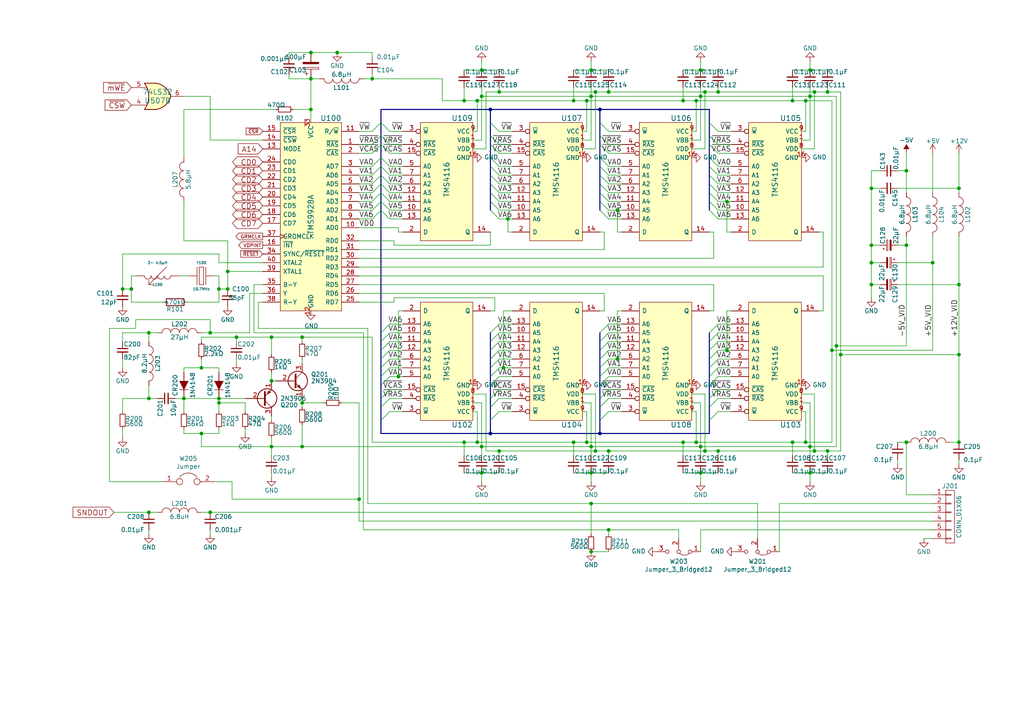
<source format=kicad_sch>
(kicad_sch (version 20211123) (generator eeschema)
  (paper "A4")
  (title_block (title "TI-99/4A") (date "2022-02-18") (rev "1.1") (company "Robert Krenicki - https://github.com/rkrenicki/TI99-Motherboard") (comment 1 "Schematic for video display processor") (comment 3 "Based on the HackMac KiCAD Design"))
  (junction (at 173.99 31.75))
  (junction (at 166.37 29.21))
  (junction (at 78.74 97.79))
  (junction (at 43.18 96.52))
  (junction (at 170.18 128.27))
  (junction (at 66.04 78.74))
  (junction (at 172.72 130.81))
  (junction (at 60.96 148.59))
  (junction (at 278.13 102.87))
  (junction (at 262.89 128.27))
  (junction (at 172.72 26.67))
  (junction (at 166.37 128.27))
  (junction (at 104.14 144.78))
  (junction (at 210.82 58.42))
  (junction (at 234.95 27.94))
  (junction (at 208.28 26.67))
  (junction (at 58.42 125.73))
  (junction (at 138.43 128.27))
  (junction (at 173.99 125.73))
  (junction (at 170.18 29.21))
  (junction (at 142.24 125.73))
  (junction (at 198.12 128.27))
  (junction (at 139.7 27.94))
  (junction (at 138.43 29.21))
  (junction (at 203.2 137.16))
  (junction (at 201.93 29.21))
  (junction (at 252.73 76.2))
  (junction (at 234.95 137.16))
  (junction (at 97.79 15.24))
  (junction (at 201.93 128.27))
  (junction (at 262.89 71.12))
  (junction (at 66.04 83.82))
  (junction (at 147.32 63.5))
  (junction (at 240.03 26.67))
  (junction (at 179.07 60.96))
  (junction (at 58.42 106.68))
  (junction (at 134.62 29.21))
  (junction (at 176.53 153.67))
  (junction (at 278.13 128.27))
  (junction (at 171.45 137.16))
  (junction (at 171.45 129.54))
  (junction (at 60.96 96.52))
  (junction (at 198.12 29.21))
  (junction (at 252.73 82.55))
  (junction (at 87.63 116.84))
  (junction (at 229.87 128.27))
  (junction (at 240.03 130.81))
  (junction (at 139.7 129.54))
  (junction (at 236.22 26.67))
  (junction (at 204.47 26.67))
  (junction (at 243.84 102.87))
  (junction (at 43.18 115.57))
  (junction (at 115.57 109.22))
  (junction (at 278.13 54.61))
  (junction (at 78.74 110.49))
  (junction (at 241.3 101.6))
  (junction (at 38.1 83.82))
  (junction (at 203.2 20.32))
  (junction (at 208.28 130.81))
  (junction (at 234.95 20.32))
  (junction (at 236.22 130.81))
  (junction (at 35.56 83.82))
  (junction (at 252.73 71.12))
  (junction (at 203.2 129.54))
  (junction (at 107.95 22.86))
  (junction (at 210.82 101.6))
  (junction (at 63.5 116.84))
  (junction (at 90.17 31.75))
  (junction (at 234.95 129.54))
  (junction (at 139.7 20.32))
  (junction (at 53.34 115.57))
  (junction (at 63.5 115.57))
  (junction (at 139.7 137.16))
  (junction (at 233.68 128.27))
  (junction (at 242.57 100.33))
  (junction (at 43.18 148.59))
  (junction (at 203.2 27.94))
  (junction (at 146.05 106.68))
  (junction (at 233.68 29.21))
  (junction (at 171.45 160.02))
  (junction (at 176.53 26.67))
  (junction (at 262.89 49.53))
  (junction (at 87.63 97.79))
  (junction (at 63.5 83.82))
  (junction (at 90.17 15.24))
  (junction (at 144.78 26.67))
  (junction (at 179.07 104.14))
  (junction (at 171.45 20.32))
  (junction (at 278.13 82.55))
  (junction (at 78.74 129.54))
  (junction (at 176.53 130.81))
  (junction (at 229.87 29.21))
  (junction (at 90.17 22.86))
  (junction (at 270.51 76.2))
  (junction (at 171.45 27.94))
  (junction (at 87.63 129.54))
  (junction (at 144.78 130.81))
  (junction (at 252.73 54.61))
  (junction (at 134.62 128.27))
  (junction (at 204.47 130.81))
  (junction (at 171.45 146.05))
  (junction (at 68.58 97.79))
  (junction (at 142.24 31.75))
  (bus_entry (at 110.49 104.14) (size 2.54 -2.54))
  (bus_entry (at 107.95 41.91) (size 2.54 -2.54))
  (bus_entry (at 142.24 39.37) (size 2.54 2.54))
  (bus_entry (at 110.49 50.8) (size 2.54 2.54))
  (bus_entry (at 142.24 60.96) (size 2.54 2.54))
  (bus_entry (at 110.49 41.91) (size 2.54 2.54))
  (bus_entry (at 205.74 99.06) (size 2.54 -2.54))
  (bus_entry (at 142.24 121.92) (size 2.54 -2.54))
  (bus_entry (at 173.99 104.14) (size 2.54 -2.54))
  (bus_entry (at 205.74 48.26) (size 2.54 2.54))
  (bus_entry (at 173.99 55.88) (size 2.54 2.54))
  (bus_entry (at 142.24 99.06) (size 2.54 -2.54))
  (bus_entry (at 173.99 118.11) (size 2.54 -2.54))
  (bus_entry (at 205.74 45.72) (size 2.54 2.54))
  (bus_entry (at 107.95 53.34) (size 2.54 -2.54))
  (bus_entry (at 173.99 106.68) (size 2.54 -2.54))
  (bus_entry (at 142.24 115.57) (size 2.54 -2.54))
  (bus_entry (at 173.99 111.76) (size 2.54 -2.54))
  (bus_entry (at 110.49 118.11) (size 2.54 -2.54))
  (bus_entry (at 205.74 53.34) (size 2.54 2.54))
  (bus_entry (at 173.99 96.52) (size 2.54 -2.54))
  (bus_entry (at 110.49 60.96) (size 2.54 2.54))
  (bus_entry (at 142.24 53.34) (size 2.54 2.54))
  (bus_entry (at 107.95 48.26) (size 2.54 -2.54))
  (bus_entry (at 205.74 121.92) (size 2.54 -2.54))
  (bus_entry (at 110.49 115.57) (size 2.54 -2.54))
  (bus_entry (at 173.99 41.91) (size 2.54 2.54))
  (bus_entry (at 205.74 60.96) (size 2.54 2.54))
  (bus_entry (at 205.74 50.8) (size 2.54 2.54))
  (bus_entry (at 173.99 115.57) (size 2.54 -2.54))
  (bus_entry (at 173.99 60.96) (size 2.54 2.54))
  (bus_entry (at 173.99 50.8) (size 2.54 2.54))
  (bus_entry (at 110.49 106.68) (size 2.54 -2.54))
  (bus_entry (at 142.24 50.8) (size 2.54 2.54))
  (bus_entry (at 110.49 39.37) (size 2.54 2.54))
  (bus_entry (at 110.49 55.88) (size 2.54 2.54))
  (bus_entry (at 173.99 53.34) (size 2.54 2.54))
  (bus_entry (at 110.49 96.52) (size 2.54 -2.54))
  (bus_entry (at 142.24 96.52) (size 2.54 -2.54))
  (bus_entry (at 107.95 55.88) (size 2.54 -2.54))
  (bus_entry (at 205.74 106.68) (size 2.54 -2.54))
  (bus_entry (at 142.24 111.76) (size 2.54 -2.54))
  (bus_entry (at 142.24 106.68) (size 2.54 -2.54))
  (bus_entry (at 205.74 118.11) (size 2.54 -2.54))
  (bus_entry (at 205.74 41.91) (size 2.54 2.54))
  (bus_entry (at 205.74 109.22) (size 2.54 -2.54))
  (bus_entry (at 110.49 58.42) (size 2.54 2.54))
  (bus_entry (at 205.74 111.76) (size 2.54 -2.54))
  (bus_entry (at 173.99 48.26) (size 2.54 2.54))
  (bus_entry (at 110.49 53.34) (size 2.54 2.54))
  (bus_entry (at 173.99 121.92) (size 2.54 -2.54))
  (bus_entry (at 173.99 35.56) (size 2.54 2.54))
  (bus_entry (at 142.24 35.56) (size 2.54 2.54))
  (bus_entry (at 107.95 50.8) (size 2.54 -2.54))
  (bus_entry (at 110.49 111.76) (size 2.54 -2.54))
  (bus_entry (at 142.24 45.72) (size 2.54 2.54))
  (bus_entry (at 205.74 55.88) (size 2.54 2.54))
  (bus_entry (at 110.49 101.6) (size 2.54 -2.54))
  (bus_entry (at 142.24 104.14) (size 2.54 -2.54))
  (bus_entry (at 205.74 96.52) (size 2.54 -2.54))
  (bus_entry (at 107.95 63.5) (size 2.54 -2.54))
  (bus_entry (at 142.24 41.91) (size 2.54 2.54))
  (bus_entry (at 173.99 39.37) (size 2.54 2.54))
  (bus_entry (at 205.74 104.14) (size 2.54 -2.54))
  (bus_entry (at 142.24 109.22) (size 2.54 -2.54))
  (bus_entry (at 142.24 118.11) (size 2.54 -2.54))
  (bus_entry (at 142.24 48.26) (size 2.54 2.54))
  (bus_entry (at 173.99 99.06) (size 2.54 -2.54))
  (bus_entry (at 173.99 58.42) (size 2.54 2.54))
  (bus_entry (at 110.49 35.56) (size 2.54 2.54))
  (bus_entry (at 205.74 39.37) (size 2.54 2.54))
  (bus_entry (at 107.95 58.42) (size 2.54 -2.54))
  (bus_entry (at 142.24 101.6) (size 2.54 -2.54))
  (bus_entry (at 205.74 101.6) (size 2.54 -2.54))
  (bus_entry (at 107.95 44.45) (size 2.54 -2.54))
  (bus_entry (at 173.99 45.72) (size 2.54 2.54))
  (bus_entry (at 173.99 101.6) (size 2.54 -2.54))
  (bus_entry (at 205.74 58.42) (size 2.54 2.54))
  (bus_entry (at 110.49 121.92) (size 2.54 -2.54))
  (bus_entry (at 110.49 48.26) (size 2.54 2.54))
  (bus_entry (at 110.49 109.22) (size 2.54 -2.54))
  (bus_entry (at 205.74 35.56) (size 2.54 2.54))
  (bus_entry (at 142.24 58.42) (size 2.54 2.54))
  (bus_entry (at 173.99 109.22) (size 2.54 -2.54))
  (bus_entry (at 107.95 60.96) (size 2.54 -2.54))
  (bus_entry (at 110.49 99.06) (size 2.54 -2.54))
  (bus_entry (at 142.24 55.88) (size 2.54 2.54))
  (bus_entry (at 107.95 38.1) (size 2.54 -2.54))
  (bus_entry (at 110.49 45.72) (size 2.54 2.54))
  (bus_entry (at 205.74 115.57) (size 2.54 -2.54))
  (wire (pts (xy 87.63 116.84) (xy 93.98 116.84)))
  (bus (pts (xy 142.24 118.11) (xy 142.24 121.92)))
  (wire (pts (xy 144.78 26.67) (xy 172.72 26.67)))
  (wire (pts (xy 170.18 119.38) (xy 170.18 128.27)))
  (wire (pts (xy 139.7 137.16) (xy 144.78 137.16)))
  (wire (pts (xy 176.53 96.52) (xy 180.34 96.52)))
  (wire (pts (xy 179.07 60.96) (xy 180.34 60.96)))
  (bus (pts (xy 173.99 125.73) (xy 205.74 125.73)))
  (bus (pts (xy 173.99 109.22) (xy 173.99 111.76)))
  (wire (pts (xy 43.18 111.76) (xy 43.18 115.57)))
  (wire (pts (xy 90.17 15.24) (xy 97.79 15.24)))
  (wire (pts (xy 53.34 27.94) (xy 60.96 27.94)))
  (wire (pts (xy 107.95 97.79) (xy 87.63 97.79)))
  (wire (pts (xy 203.2 153.67) (xy 270.51 153.67)))
  (wire (pts (xy 176.53 106.68) (xy 180.34 106.68)))
  (wire (pts (xy 233.68 29.21) (xy 241.3 29.21)))
  (wire (pts (xy 60.96 40.64) (xy 60.96 27.94)))
  (wire (pts (xy 104.14 80.01) (xy 238.76 80.01)))
  (wire (pts (xy 113.03 63.5) (xy 116.84 63.5)))
  (wire (pts (xy 139.7 137.16) (xy 139.7 139.7)))
  (wire (pts (xy 67.31 139.7) (xy 67.31 144.78)))
  (wire (pts (xy 138.43 38.1) (xy 137.16 38.1)))
  (bus (pts (xy 142.24 115.57) (xy 142.24 118.11)))
  (wire (pts (xy 260.35 133.35) (xy 260.35 134.62)))
  (wire (pts (xy 176.53 44.45) (xy 180.34 44.45)))
  (wire (pts (xy 105.41 22.86) (xy 107.95 22.86)))
  (wire (pts (xy 116.84 90.17) (xy 115.57 90.17)))
  (wire (pts (xy 104.14 58.42) (xy 107.95 58.42)))
  (wire (pts (xy 232.41 116.84) (xy 234.95 116.84)))
  (wire (pts (xy 278.13 128.27) (xy 275.59 128.27)))
  (wire (pts (xy 238.76 80.01) (xy 238.76 90.17)))
  (bus (pts (xy 205.74 39.37) (xy 205.74 41.91)))
  (bus (pts (xy 142.24 50.8) (xy 142.24 53.34)))
  (bus (pts (xy 110.49 41.91) (xy 110.49 45.72)))
  (wire (pts (xy 90.17 22.86) (xy 92.71 22.86)))
  (wire (pts (xy 97.79 15.24) (xy 107.95 15.24)))
  (wire (pts (xy 72.39 96.52) (xy 60.96 96.52)))
  (wire (pts (xy 179.07 104.14) (xy 180.34 104.14)))
  (wire (pts (xy 139.7 20.32) (xy 144.78 20.32)))
  (bus (pts (xy 173.99 111.76) (xy 173.99 115.57)))
  (wire (pts (xy 83.82 22.86) (xy 90.17 22.86)))
  (wire (pts (xy 234.95 20.32) (xy 234.95 17.78)))
  (bus (pts (xy 173.99 48.26) (xy 173.99 50.8)))
  (wire (pts (xy 33.02 148.59) (xy 43.18 148.59)))
  (wire (pts (xy 128.27 29.21) (xy 128.27 22.86)))
  (wire (pts (xy 171.45 137.16) (xy 171.45 139.7)))
  (bus (pts (xy 205.74 41.91) (xy 205.74 45.72)))
  (wire (pts (xy 62.23 80.01) (xy 63.5 80.01)))
  (wire (pts (xy 139.7 40.64) (xy 137.16 40.64)))
  (wire (pts (xy 201.93 29.21) (xy 229.87 29.21)))
  (bus (pts (xy 205.74 48.26) (xy 205.74 50.8)))
  (wire (pts (xy 243.84 102.87) (xy 243.84 130.81)))
  (wire (pts (xy 234.95 40.64) (xy 232.41 40.64)))
  (wire (pts (xy 142.24 71.12) (xy 114.3 71.12)))
  (bus (pts (xy 205.74 55.88) (xy 205.74 58.42)))
  (wire (pts (xy 113.03 119.38) (xy 116.84 119.38)))
  (wire (pts (xy 234.95 25.4) (xy 234.95 27.94)))
  (bus (pts (xy 205.74 121.92) (xy 205.74 125.73)))
  (wire (pts (xy 242.57 100.33) (xy 242.57 129.54)))
  (wire (pts (xy 203.2 137.16) (xy 203.2 139.7)))
  (wire (pts (xy 113.03 50.8) (xy 116.84 50.8)))
  (wire (pts (xy 175.26 72.39) (xy 175.26 67.31)))
  (wire (pts (xy 212.09 90.17) (xy 210.82 90.17)))
  (wire (pts (xy 233.68 119.38) (xy 233.68 128.27)))
  (wire (pts (xy 262.89 128.27) (xy 262.89 143.51)))
  (wire (pts (xy 176.53 113.03) (xy 180.34 113.03)))
  (wire (pts (xy 232.41 43.18) (xy 236.22 43.18)))
  (wire (pts (xy 176.53 60.96) (xy 179.07 60.96)))
  (wire (pts (xy 148.59 67.31) (xy 147.32 67.31)))
  (wire (pts (xy 208.28 55.88) (xy 212.09 55.88)))
  (wire (pts (xy 208.28 96.52) (xy 212.09 96.52)))
  (wire (pts (xy 229.87 132.08) (xy 229.87 128.27)))
  (wire (pts (xy 134.62 20.32) (xy 139.7 20.32)))
  (wire (pts (xy 260.35 54.61) (xy 278.13 54.61)))
  (bus (pts (xy 110.49 111.76) (xy 110.49 115.57)))
  (bus (pts (xy 205.74 99.06) (xy 205.74 101.6)))
  (wire (pts (xy 243.84 130.81) (xy 240.03 130.81)))
  (wire (pts (xy 134.62 128.27) (xy 134.62 132.08)))
  (wire (pts (xy 104.14 41.91) (xy 107.95 41.91)))
  (wire (pts (xy 229.87 25.4) (xy 229.87 29.21)))
  (wire (pts (xy 63.5 87.63) (xy 54.61 87.63)))
  (wire (pts (xy 226.06 160.02) (xy 226.06 146.05)))
  (wire (pts (xy 168.91 116.84) (xy 171.45 116.84)))
  (bus (pts (xy 142.24 111.76) (xy 142.24 115.57)))
  (wire (pts (xy 139.7 27.94) (xy 139.7 40.64)))
  (wire (pts (xy 140.97 43.18) (xy 140.97 26.67)))
  (wire (pts (xy 208.28 63.5) (xy 212.09 63.5)))
  (wire (pts (xy 113.03 96.52) (xy 116.84 96.52)))
  (bus (pts (xy 173.99 31.75) (xy 173.99 35.56)))
  (wire (pts (xy 144.78 44.45) (xy 148.59 44.45)))
  (wire (pts (xy 144.78 25.4) (xy 144.78 26.67)))
  (bus (pts (xy 142.24 96.52) (xy 142.24 99.06)))
  (wire (pts (xy 58.42 104.14) (xy 58.42 106.68)))
  (wire (pts (xy 134.62 29.21) (xy 128.27 29.21)))
  (wire (pts (xy 78.74 107.95) (xy 78.74 110.49)))
  (wire (pts (xy 170.18 29.21) (xy 198.12 29.21)))
  (bus (pts (xy 173.99 50.8) (xy 173.99 53.34)))
  (wire (pts (xy 53.34 31.75) (xy 53.34 45.72)))
  (wire (pts (xy 198.12 132.08) (xy 198.12 128.27)))
  (wire (pts (xy 50.8 115.57) (xy 53.34 115.57)))
  (wire (pts (xy 60.96 148.59) (xy 270.51 148.59)))
  (wire (pts (xy 144.78 50.8) (xy 148.59 50.8)))
  (wire (pts (xy 71.12 124.46) (xy 71.12 125.73)))
  (wire (pts (xy 234.95 137.16) (xy 240.03 137.16)))
  (wire (pts (xy 139.7 27.94) (xy 171.45 27.94)))
  (wire (pts (xy 204.47 26.67) (xy 208.28 26.67)))
  (wire (pts (xy 203.2 25.4) (xy 203.2 27.94)))
  (wire (pts (xy 76.2 76.2) (xy 63.5 76.2)))
  (wire (pts (xy 176.53 109.22) (xy 180.34 109.22)))
  (wire (pts (xy 148.59 90.17) (xy 146.05 90.17)))
  (wire (pts (xy 60.96 40.64) (xy 76.2 40.64)))
  (bus (pts (xy 110.49 60.96) (xy 110.49 96.52)))
  (wire (pts (xy 171.45 129.54) (xy 171.45 132.08)))
  (wire (pts (xy 78.74 127) (xy 78.74 129.54)))
  (wire (pts (xy 210.82 67.31) (xy 210.82 58.42)))
  (wire (pts (xy 208.28 44.45) (xy 212.09 44.45)))
  (wire (pts (xy 39.37 80.01) (xy 38.1 80.01)))
  (wire (pts (xy 53.34 125.73) (xy 58.42 125.73)))
  (bus (pts (xy 173.99 121.92) (xy 173.99 125.73)))
  (wire (pts (xy 168.91 43.18) (xy 172.72 43.18)))
  (wire (pts (xy 66.04 78.74) (xy 66.04 83.82)))
  (bus (pts (xy 142.24 125.73) (xy 173.99 125.73)))
  (bus (pts (xy 110.49 109.22) (xy 110.49 111.76)))
  (bus (pts (xy 142.24 35.56) (xy 142.24 39.37)))
  (wire (pts (xy 58.42 97.79) (xy 58.42 99.06)))
  (wire (pts (xy 171.45 160.02) (xy 176.53 160.02)))
  (wire (pts (xy 229.87 29.21) (xy 233.68 29.21)))
  (wire (pts (xy 234.95 27.94) (xy 242.57 27.94)))
  (wire (pts (xy 146.05 106.68) (xy 148.59 106.68)))
  (wire (pts (xy 60.96 96.52) (xy 60.96 92.71)))
  (wire (pts (xy 204.47 43.18) (xy 204.47 26.67)))
  (wire (pts (xy 198.12 20.32) (xy 203.2 20.32)))
  (wire (pts (xy 83.82 15.24) (xy 90.17 15.24)))
  (wire (pts (xy 198.12 25.4) (xy 198.12 29.21)))
  (bus (pts (xy 173.99 41.91) (xy 173.99 45.72)))
  (wire (pts (xy 139.7 129.54) (xy 139.7 132.08)))
  (wire (pts (xy 144.78 58.42) (xy 148.59 58.42)))
  (bus (pts (xy 205.74 115.57) (xy 205.74 118.11)))
  (wire (pts (xy 234.95 137.16) (xy 234.95 139.7)))
  (wire (pts (xy 170.18 128.27) (xy 166.37 128.27)))
  (bus (pts (xy 110.49 53.34) (xy 110.49 55.88)))
  (wire (pts (xy 113.03 99.06) (xy 116.84 99.06)))
  (wire (pts (xy 203.2 27.94) (xy 203.2 40.64)))
  (wire (pts (xy 260.35 71.12) (xy 262.89 71.12)))
  (wire (pts (xy 83.82 16.51) (xy 83.82 15.24)))
  (wire (pts (xy 67.31 144.78) (xy 104.14 144.78)))
  (wire (pts (xy 78.74 138.43) (xy 78.74 137.16)))
  (wire (pts (xy 236.22 43.18) (xy 236.22 26.67)))
  (wire (pts (xy 176.53 101.6) (xy 180.34 101.6)))
  (wire (pts (xy 208.28 109.22) (xy 212.09 109.22)))
  (wire (pts (xy 168.91 38.1) (xy 170.18 38.1)))
  (wire (pts (xy 78.74 97.79) (xy 68.58 97.79)))
  (wire (pts (xy 144.78 101.6) (xy 148.59 101.6)))
  (wire (pts (xy 252.73 71.12) (xy 252.73 76.2)))
  (wire (pts (xy 144.78 38.1) (xy 148.59 38.1)))
  (wire (pts (xy 113.03 93.98) (xy 116.84 93.98)))
  (wire (pts (xy 208.28 26.67) (xy 236.22 26.67)))
  (wire (pts (xy 171.45 25.4) (xy 171.45 27.94)))
  (wire (pts (xy 90.17 21.59) (xy 90.17 22.86)))
  (wire (pts (xy 60.96 96.52) (xy 58.42 96.52)))
  (bus (pts (xy 110.49 31.75) (xy 110.49 35.56)))
  (wire (pts (xy 113.03 101.6) (xy 116.84 101.6)))
  (wire (pts (xy 172.72 43.18) (xy 172.72 26.67)))
  (wire (pts (xy 107.95 21.59) (xy 107.95 22.86)))
  (wire (pts (xy 43.18 148.59) (xy 45.72 148.59)))
  (wire (pts (xy 240.03 25.4) (xy 240.03 26.67)))
  (wire (pts (xy 74.93 95.25) (xy 106.68 95.25)))
  (bus (pts (xy 205.74 96.52) (xy 205.74 99.06)))
  (wire (pts (xy 113.03 41.91) (xy 116.84 41.91)))
  (wire (pts (xy 114.3 71.12) (xy 114.3 69.85)))
  (wire (pts (xy 87.63 129.54) (xy 78.74 129.54)))
  (bus (pts (xy 173.99 35.56) (xy 173.99 39.37)))
  (wire (pts (xy 176.53 55.88) (xy 180.34 55.88)))
  (wire (pts (xy 144.78 60.96) (xy 148.59 60.96)))
  (wire (pts (xy 175.26 67.31) (xy 173.99 67.31)))
  (wire (pts (xy 113.03 55.88) (xy 116.84 55.88)))
  (wire (pts (xy 76.2 82.55) (xy 73.66 82.55)))
  (wire (pts (xy 144.78 130.81) (xy 140.97 130.81)))
  (wire (pts (xy 143.51 86.36) (xy 114.3 86.36)))
  (wire (pts (xy 166.37 29.21) (xy 170.18 29.21)))
  (wire (pts (xy 68.58 104.14) (xy 68.58 105.41)))
  (wire (pts (xy 260.35 76.2) (xy 270.51 76.2)))
  (wire (pts (xy 203.2 129.54) (xy 203.2 132.08)))
  (bus (pts (xy 173.99 115.57) (xy 173.99 118.11)))
  (wire (pts (xy 107.95 128.27) (xy 107.95 97.79)))
  (bus (pts (xy 142.24 58.42) (xy 142.24 60.96)))
  (wire (pts (xy 200.66 38.1) (xy 201.93 38.1)))
  (wire (pts (xy 179.07 67.31) (xy 179.07 60.96)))
  (wire (pts (xy 113.03 44.45) (xy 116.84 44.45)))
  (wire (pts (xy 262.89 44.45) (xy 262.89 49.53)))
  (wire (pts (xy 138.43 29.21) (xy 138.43 38.1)))
  (wire (pts (xy 39.37 95.25) (xy 31.75 95.25)))
  (wire (pts (xy 76.2 87.63) (xy 74.93 87.63)))
  (wire (pts (xy 204.47 114.3) (xy 204.47 130.81)))
  (wire (pts (xy 139.7 20.32) (xy 139.7 17.78)))
  (wire (pts (xy 208.28 50.8) (xy 212.09 50.8)))
  (bus (pts (xy 110.49 48.26) (xy 110.49 50.8)))
  (wire (pts (xy 147.32 67.31) (xy 147.32 63.5)))
  (wire (pts (xy 31.75 95.25) (xy 31.75 139.7)))
  (wire (pts (xy 58.42 129.54) (xy 58.42 125.73)))
  (wire (pts (xy 43.18 115.57) (xy 45.72 115.57)))
  (bus (pts (xy 142.24 31.75) (xy 173.99 31.75)))
  (wire (pts (xy 113.03 104.14) (xy 116.84 104.14)))
  (bus (pts (xy 110.49 104.14) (xy 110.49 106.68)))
  (wire (pts (xy 203.2 137.16) (xy 208.28 137.16)))
  (wire (pts (xy 207.01 90.17) (xy 207.01 82.55)))
  (wire (pts (xy 166.37 20.32) (xy 171.45 20.32)))
  (wire (pts (xy 63.5 125.73) (xy 63.5 124.46)))
  (wire (pts (xy 252.73 54.61) (xy 252.73 71.12)))
  (wire (pts (xy 53.34 115.57) (xy 63.5 115.57)))
  (bus (pts (xy 110.49 121.92) (xy 110.49 125.73)))
  (wire (pts (xy 176.53 115.57) (xy 180.34 115.57)))
  (wire (pts (xy 208.28 53.34) (xy 212.09 53.34)))
  (wire (pts (xy 35.56 124.46) (xy 35.56 127)))
  (wire (pts (xy 78.74 121.92) (xy 78.74 120.65)))
  (bus (pts (xy 205.74 53.34) (xy 205.74 55.88)))
  (wire (pts (xy 53.34 115.57) (xy 53.34 119.38)))
  (bus (pts (xy 142.24 99.06) (xy 142.24 101.6)))
  (wire (pts (xy 68.58 97.79) (xy 58.42 97.79)))
  (wire (pts (xy 144.78 48.26) (xy 148.59 48.26)))
  (bus (pts (xy 205.74 111.76) (xy 205.74 115.57)))
  (bus (pts (xy 205.74 31.75) (xy 205.74 35.56)))
  (wire (pts (xy 208.28 99.06) (xy 212.09 99.06)))
  (wire (pts (xy 35.56 119.38) (xy 35.56 115.57)))
  (wire (pts (xy 43.18 96.52) (xy 43.18 99.06)))
  (bus (pts (xy 205.74 35.56) (xy 205.74 39.37)))
  (wire (pts (xy 240.03 130.81) (xy 236.22 130.81)))
  (wire (pts (xy 66.04 69.85) (xy 66.04 78.74)))
  (wire (pts (xy 176.53 154.94) (xy 176.53 153.67)))
  (wire (pts (xy 113.03 58.42) (xy 116.84 58.42)))
  (wire (pts (xy 35.56 73.66) (xy 63.5 73.66)))
  (wire (pts (xy 176.53 50.8) (xy 180.34 50.8)))
  (wire (pts (xy 232.41 119.38) (xy 233.68 119.38)))
  (wire (pts (xy 104.14 50.8) (xy 107.95 50.8)))
  (wire (pts (xy 53.34 106.68) (xy 58.42 106.68)))
  (wire (pts (xy 278.13 102.87) (xy 243.84 102.87)))
  (wire (pts (xy 175.26 85.09) (xy 104.14 85.09)))
  (wire (pts (xy 113.03 115.57) (xy 116.84 115.57)))
  (wire (pts (xy 105.41 153.67) (xy 176.53 153.67)))
  (wire (pts (xy 113.03 113.03) (xy 116.84 113.03)))
  (wire (pts (xy 278.13 133.35) (xy 278.13 134.62)))
  (wire (pts (xy 171.45 137.16) (xy 176.53 137.16)))
  (wire (pts (xy 236.22 26.67) (xy 240.03 26.67)))
  (wire (pts (xy 35.56 104.14) (xy 35.56 106.68)))
  (bus (pts (xy 205.74 109.22) (xy 205.74 111.76)))
  (bus (pts (xy 110.49 58.42) (xy 110.49 60.96)))
  (bus (pts (xy 110.49 31.75) (xy 142.24 31.75)))
  (wire (pts (xy 243.84 26.67) (xy 243.84 102.87)))
  (wire (pts (xy 76.2 85.09) (xy 72.39 85.09)))
  (bus (pts (xy 173.99 104.14) (xy 173.99 106.68)))
  (wire (pts (xy 73.66 96.52) (xy 105.41 96.52)))
  (wire (pts (xy 229.87 137.16) (xy 234.95 137.16)))
  (wire (pts (xy 72.39 85.09) (xy 72.39 96.52)))
  (wire (pts (xy 138.43 29.21) (xy 166.37 29.21)))
  (wire (pts (xy 200.66 43.18) (xy 204.47 43.18)))
  (wire (pts (xy 63.5 80.01) (xy 63.5 83.82)))
  (wire (pts (xy 240.03 26.67) (xy 243.84 26.67)))
  (wire (pts (xy 172.72 26.67) (xy 176.53 26.67)))
  (bus (pts (xy 142.24 53.34) (xy 142.24 55.88)))
  (wire (pts (xy 53.34 106.68) (xy 53.34 107.95)))
  (wire (pts (xy 270.51 44.45) (xy 270.51 55.88)))
  (wire (pts (xy 270.51 151.13) (xy 104.14 151.13)))
  (wire (pts (xy 208.28 58.42) (xy 210.82 58.42)))
  (wire (pts (xy 68.58 99.06) (xy 68.58 97.79)))
  (bus (pts (xy 173.99 99.06) (xy 173.99 101.6)))
  (wire (pts (xy 139.7 129.54) (xy 87.63 129.54)))
  (wire (pts (xy 168.91 119.38) (xy 170.18 119.38)))
  (wire (pts (xy 176.53 41.91) (xy 180.34 41.91)))
  (wire (pts (xy 175.26 90.17) (xy 175.26 85.09)))
  (wire (pts (xy 200.66 114.3) (xy 204.47 114.3)))
  (bus (pts (xy 110.49 101.6) (xy 110.49 104.14)))
  (wire (pts (xy 234.95 129.54) (xy 234.95 132.08)))
  (wire (pts (xy 203.2 160.02) (xy 203.2 153.67)))
  (wire (pts (xy 207.01 67.31) (xy 207.01 74.93)))
  (wire (pts (xy 180.34 90.17) (xy 179.07 90.17)))
  (wire (pts (xy 278.13 54.61) (xy 278.13 55.88)))
  (wire (pts (xy 140.97 26.67) (xy 144.78 26.67)))
  (wire (pts (xy 208.28 106.68) (xy 212.09 106.68)))
  (wire (pts (xy 203.2 20.32) (xy 208.28 20.32)))
  (wire (pts (xy 138.43 128.27) (xy 134.62 128.27)))
  (wire (pts (xy 210.82 58.42) (xy 212.09 58.42)))
  (bus (pts (xy 110.49 99.06) (xy 110.49 101.6)))
  (wire (pts (xy 255.27 71.12) (xy 252.73 71.12)))
  (wire (pts (xy 255.27 54.61) (xy 252.73 54.61)))
  (wire (pts (xy 142.24 90.17) (xy 143.51 90.17)))
  (wire (pts (xy 144.78 113.03) (xy 148.59 113.03)))
  (wire (pts (xy 115.57 67.31) (xy 115.57 66.04)))
  (wire (pts (xy 144.78 63.5) (xy 147.32 63.5)))
  (wire (pts (xy 134.62 128.27) (xy 107.95 128.27)))
  (wire (pts (xy 144.78 93.98) (xy 148.59 93.98)))
  (wire (pts (xy 87.63 99.06) (xy 87.63 97.79)))
  (wire (pts (xy 63.5 115.57) (xy 71.12 115.57)))
  (wire (pts (xy 147.32 63.5) (xy 148.59 63.5)))
  (wire (pts (xy 171.45 20.32) (xy 171.45 17.78)))
  (wire (pts (xy 180.34 67.31) (xy 179.07 67.31)))
  (wire (pts (xy 166.37 132.08) (xy 166.37 128.27)))
  (wire (pts (xy 144.78 119.38) (xy 148.59 119.38)))
  (wire (pts (xy 179.07 90.17) (xy 179.07 104.14)))
  (wire (pts (xy 255.27 82.55) (xy 252.73 82.55)))
  (wire (pts (xy 104.14 44.45) (xy 107.95 44.45)))
  (bus (pts (xy 110.49 125.73) (xy 142.24 125.73)))
  (bus (pts (xy 142.24 109.22) (xy 142.24 111.76)))
  (wire (pts (xy 53.34 31.75) (xy 80.01 31.75)))
  (wire (pts (xy 198.12 29.21) (xy 201.93 29.21)))
  (wire (pts (xy 208.28 113.03) (xy 212.09 113.03)))
  (bus (pts (xy 110.49 45.72) (xy 110.49 48.26)))
  (wire (pts (xy 143.51 90.17) (xy 143.51 86.36)))
  (wire (pts (xy 144.78 115.57) (xy 148.59 115.57)))
  (wire (pts (xy 78.74 110.49) (xy 80.01 110.49)))
  (wire (pts (xy 60.96 153.67) (xy 60.96 154.94)))
  (wire (pts (xy 200.66 116.84) (xy 203.2 116.84)))
  (wire (pts (xy 205.74 90.17) (xy 207.01 90.17)))
  (wire (pts (xy 60.96 92.71) (xy 39.37 92.71)))
  (wire (pts (xy 203.2 116.84) (xy 203.2 129.54)))
  (wire (pts (xy 107.95 38.1) (xy 104.14 38.1)))
  (wire (pts (xy 210.82 101.6) (xy 212.09 101.6)))
  (wire (pts (xy 233.68 38.1) (xy 233.68 29.21)))
  (wire (pts (xy 207.01 82.55) (xy 104.14 82.55)))
  (wire (pts (xy 171.45 27.94) (xy 171.45 40.64)))
  (wire (pts (xy 203.2 27.94) (xy 234.95 27.94)))
  (wire (pts (xy 176.53 132.08) (xy 176.53 130.81)))
  (wire (pts (xy 90.17 22.86) (xy 90.17 31.75)))
  (wire (pts (xy 115.57 90.17) (xy 115.57 109.22)))
  (bus (pts (xy 205.74 118.11) (xy 205.74 121.92)))
  (bus (pts (xy 205.74 45.72) (xy 205.74 48.26)))
  (wire (pts (xy 278.13 68.58) (xy 278.13 82.55)))
  (wire (pts (xy 234.95 27.94) (xy 234.95 40.64)))
  (wire (pts (xy 232.41 38.1) (xy 233.68 38.1)))
  (wire (pts (xy 106.68 146.05) (xy 171.45 146.05)))
  (wire (pts (xy 208.28 130.81) (xy 204.47 130.81)))
  (wire (pts (xy 87.63 116.84) (xy 87.63 118.11)))
  (wire (pts (xy 201.93 38.1) (xy 201.93 29.21)))
  (wire (pts (xy 137.16 119.38) (xy 138.43 119.38)))
  (wire (pts (xy 146.05 90.17) (xy 146.05 106.68)))
  (bus (pts (xy 110.49 35.56) (xy 110.49 39.37)))
  (wire (pts (xy 238.76 77.47) (xy 238.76 67.31)))
  (wire (pts (xy 252.73 82.55) (xy 252.73 86.36)))
  (wire (pts (xy 142.24 67.31) (xy 142.24 71.12)))
  (wire (pts (xy 66.04 78.74) (xy 76.2 78.74)))
  (wire (pts (xy 207.01 74.93) (xy 104.14 74.93)))
  (wire (pts (xy 229.87 128.27) (xy 201.93 128.27)))
  (wire (pts (xy 144.78 53.34) (xy 148.59 53.34)))
  (wire (pts (xy 234.95 20.32) (xy 240.03 20.32)))
  (wire (pts (xy 262.89 68.58) (xy 262.89 71.12)))
  (wire (pts (xy 278.13 82.55) (xy 278.13 102.87)))
  (bus (pts (xy 142.24 41.91) (xy 142.24 45.72)))
  (bus (pts (xy 173.99 45.72) (xy 173.99 48.26)))
  (wire (pts (xy 134.62 137.16) (xy 139.7 137.16)))
  (bus (pts (xy 205.74 104.14) (xy 205.74 106.68)))
  (wire (pts (xy 113.03 60.96) (xy 116.84 60.96)))
  (wire (pts (xy 107.95 15.24) (xy 107.95 16.51)))
  (wire (pts (xy 104.14 116.84) (xy 99.06 116.84)))
  (wire (pts (xy 262.89 49.53) (xy 262.89 55.88)))
  (wire (pts (xy 171.45 40.64) (xy 168.91 40.64)))
  (wire (pts (xy 236.22 114.3) (xy 236.22 130.81)))
  (bus (pts (xy 142.24 45.72) (xy 142.24 48.26)))
  (wire (pts (xy 238.76 90.17) (xy 237.49 90.17)))
  (wire (pts (xy 104.14 48.26) (xy 107.95 48.26)))
  (wire (pts (xy 203.2 40.64) (xy 200.66 40.64)))
  (bus (pts (xy 173.99 39.37) (xy 173.99 41.91)))
  (wire (pts (xy 63.5 116.84) (xy 63.5 119.38)))
  (bus (pts (xy 173.99 58.42) (xy 173.99 60.96)))
  (wire (pts (xy 255.27 49.53) (xy 252.73 49.53)))
  (wire (pts (xy 115.57 66.04) (xy 104.14 66.04)))
  (wire (pts (xy 176.53 104.14) (xy 179.07 104.14)))
  (wire (pts (xy 208.28 25.4) (xy 208.28 26.67)))
  (wire (pts (xy 35.56 73.66) (xy 35.56 83.82)))
  (bus (pts (xy 173.99 53.34) (xy 173.99 55.88)))
  (bus (pts (xy 110.49 39.37) (xy 110.49 41.91)))
  (wire (pts (xy 107.95 22.86) (xy 128.27 22.86)))
  (wire (pts (xy 39.37 92.71) (xy 39.37 95.25)))
  (wire (pts (xy 87.63 104.14) (xy 87.63 105.41)))
  (wire (pts (xy 104.14 53.34) (xy 107.95 53.34)))
  (wire (pts (xy 203.2 129.54) (xy 171.45 129.54)))
  (wire (pts (xy 241.3 29.21) (xy 241.3 101.6)))
  (wire (pts (xy 255.27 76.2) (xy 252.73 76.2)))
  (wire (pts (xy 87.63 115.57) (xy 87.63 116.84)))
  (wire (pts (xy 53.34 58.42) (xy 53.34 69.85)))
  (wire (pts (xy 171.45 146.05) (xy 219.71 146.05)))
  (wire (pts (xy 270.51 68.58) (xy 270.51 76.2)))
  (wire (pts (xy 78.74 129.54) (xy 58.42 129.54)))
  (wire (pts (xy 116.84 67.31) (xy 115.57 67.31)))
  (wire (pts (xy 232.41 114.3) (xy 236.22 114.3)))
  (wire (pts (xy 114.3 86.36) (xy 114.3 87.63)))
  (wire (pts (xy 242.57 129.54) (xy 234.95 129.54)))
  (wire (pts (xy 176.53 53.34) (xy 180.34 53.34)))
  (bus (pts (xy 110.49 106.68) (xy 110.49 109.22)))
  (wire (pts (xy 134.62 25.4) (xy 134.62 29.21)))
  (bus (pts (xy 173.99 31.75) (xy 205.74 31.75)))
  (wire (pts (xy 204.47 130.81) (xy 176.53 130.81)))
  (bus (pts (xy 142.24 104.14) (xy 142.24 106.68)))
  (bus (pts (xy 142.24 55.88) (xy 142.24 58.42)))
  (wire (pts (xy 238.76 67.31) (xy 237.49 67.31)))
  (wire (pts (xy 38.1 80.01) (xy 38.1 83.82)))
  (wire (pts (xy 208.28 115.57) (xy 212.09 115.57)))
  (wire (pts (xy 176.53 58.42) (xy 180.34 58.42)))
  (wire (pts (xy 113.03 53.34) (xy 116.84 53.34)))
  (wire (pts (xy 260.35 82.55) (xy 278.13 82.55)))
  (wire (pts (xy 171.45 116.84) (xy 171.45 129.54)))
  (wire (pts (xy 171.45 27.94) (xy 203.2 27.94)))
  (wire (pts (xy 267.97 156.21) (xy 270.51 156.21)))
  (wire (pts (xy 176.53 63.5) (xy 180.34 63.5)))
  (wire (pts (xy 38.1 83.82) (xy 38.1 87.63)))
  (wire (pts (xy 260.35 49.53) (xy 262.89 49.53)))
  (wire (pts (xy 176.53 130.81) (xy 172.72 130.81)))
  (wire (pts (xy 35.56 96.52) (xy 43.18 96.52)))
  (wire (pts (xy 219.71 156.21) (xy 219.71 146.05)))
  (bus (pts (xy 142.24 101.6) (xy 142.24 104.14)))
  (wire (pts (xy 233.68 128.27) (xy 229.87 128.27)))
  (wire (pts (xy 166.37 128.27) (xy 138.43 128.27)))
  (wire (pts (xy 83.82 21.59) (xy 83.82 22.86)))
  (wire (pts (xy 166.37 137.16) (xy 171.45 137.16)))
  (wire (pts (xy 137.16 116.84) (xy 139.7 116.84)))
  (wire (pts (xy 144.78 55.88) (xy 148.59 55.88)))
  (wire (pts (xy 262.89 100.33) (xy 242.57 100.33)))
  (wire (pts (xy 208.28 104.14) (xy 212.09 104.14)))
  (wire (pts (xy 78.74 129.54) (xy 78.74 132.08)))
  (wire (pts (xy 278.13 102.87) (xy 278.13 128.27)))
  (wire (pts (xy 208.28 41.91) (xy 212.09 41.91)))
  (wire (pts (xy 43.18 96.52) (xy 45.72 96.52)))
  (wire (pts (xy 170.18 38.1) (xy 170.18 29.21)))
  (wire (pts (xy 35.56 115.57) (xy 43.18 115.57)))
  (wire (pts (xy 106.68 95.25) (xy 106.68 146.05)))
  (wire (pts (xy 104.14 151.13) (xy 104.14 144.78)))
  (wire (pts (xy 198.12 137.16) (xy 203.2 137.16)))
  (wire (pts (xy 139.7 116.84) (xy 139.7 129.54)))
  (wire (pts (xy 241.3 101.6) (xy 241.3 128.27)))
  (wire (pts (xy 171.45 146.05) (xy 171.45 154.94)))
  (bus (pts (xy 173.99 101.6) (xy 173.99 104.14)))
  (wire (pts (xy 176.53 25.4) (xy 176.53 26.67)))
  (bus (pts (xy 142.24 39.37) (xy 142.24 41.91)))
  (wire (pts (xy 144.78 96.52) (xy 148.59 96.52)))
  (bus (pts (xy 110.49 50.8) (xy 110.49 53.34)))
  (wire (pts (xy 208.28 48.26) (xy 212.09 48.26)))
  (bus (pts (xy 205.74 101.6) (xy 205.74 104.14)))
  (wire (pts (xy 205.74 67.31) (xy 207.01 67.31)))
  (wire (pts (xy 66.04 69.85) (xy 53.34 69.85)))
  (wire (pts (xy 104.14 60.96) (xy 107.95 60.96)))
  (wire (pts (xy 58.42 106.68) (xy 63.5 106.68)))
  (wire (pts (xy 144.78 109.22) (xy 148.59 109.22)))
  (wire (pts (xy 208.28 119.38) (xy 212.09 119.38)))
  (wire (pts (xy 208.28 101.6) (xy 210.82 101.6)))
  (wire (pts (xy 201.93 128.27) (xy 198.12 128.27)))
  (wire (pts (xy 173.99 90.17) (xy 175.26 90.17)))
  (wire (pts (xy 58.42 125.73) (xy 63.5 125.73)))
  (wire (pts (xy 87.63 97.79) (xy 78.74 97.79)))
  (wire (pts (xy 201.93 119.38) (xy 201.93 128.27)))
  (wire (pts (xy 242.57 27.94) (xy 242.57 100.33)))
  (wire (pts (xy 176.53 26.67) (xy 204.47 26.67)))
  (wire (pts (xy 144.78 41.91) (xy 148.59 41.91)))
  (wire (pts (xy 114.3 69.85) (xy 104.14 69.85)))
  (wire (pts (xy 113.03 109.22) (xy 115.57 109.22)))
  (wire (pts (xy 203.2 20.32) (xy 203.2 17.78)))
  (wire (pts (xy 71.12 116.84) (xy 71.12 119.38)))
  (bus (pts (xy 110.49 115.57) (xy 110.49 118.11)))
  (bus (pts (xy 142.24 121.92) (xy 142.24 125.73)))
  (wire (pts (xy 144.78 104.14) (xy 148.59 104.14)))
  (wire (pts (xy 43.18 153.67) (xy 43.18 154.94)))
  (wire (pts (xy 113.03 48.26) (xy 116.84 48.26)))
  (wire (pts (xy 176.53 153.67) (xy 196.85 153.67)))
  (wire (pts (xy 252.73 76.2) (xy 252.73 82.55)))
  (wire (pts (xy 53.34 124.46) (xy 53.34 125.73)))
  (wire (pts (xy 196.85 153.67) (xy 196.85 156.21)))
  (wire (pts (xy 35.56 99.06) (xy 35.56 96.52)))
  (wire (pts (xy 278.13 44.45) (xy 278.13 54.61)))
  (wire (pts (xy 104.14 144.78) (xy 104.14 116.84)))
  (wire (pts (xy 85.09 31.75) (xy 90.17 31.75)))
  (wire (pts (xy 114.3 87.63) (xy 104.14 87.63)))
  (bus (pts (xy 205.74 106.68) (xy 205.74 109.22)))
  (wire (pts (xy 134.62 29.21) (xy 138.43 29.21)))
  (wire (pts (xy 74.93 87.63) (xy 74.93 95.25)))
  (wire (pts (xy 176.53 38.1) (xy 180.34 38.1)))
  (wire (pts (xy 262.89 128.27) (xy 260.35 128.27)))
  (wire (pts (xy 104.14 55.88) (xy 107.95 55.88)))
  (bus (pts (xy 205.74 58.42) (xy 205.74 60.96)))
  (bus (pts (xy 142.24 106.68) (xy 142.24 109.22)))
  (wire (pts (xy 31.75 139.7) (xy 46.99 139.7)))
  (wire (pts (xy 137.16 114.3) (xy 140.97 114.3)))
  (wire (pts (xy 144.78 106.68) (xy 146.05 106.68)))
  (wire (pts (xy 137.16 43.18) (xy 140.97 43.18)))
  (wire (pts (xy 210.82 90.17) (xy 210.82 101.6)))
  (wire (pts (xy 212.09 67.31) (xy 210.82 67.31)))
  (wire (pts (xy 208.28 60.96) (xy 212.09 60.96)))
  (wire (pts (xy 240.03 130.81) (xy 240.03 132.08)))
  (wire (pts (xy 172.72 114.3) (xy 172.72 130.81)))
  (wire (pts (xy 87.63 123.19) (xy 87.63 129.54)))
  (wire (pts (xy 144.78 132.08) (xy 144.78 130.81)))
  (wire (pts (xy 63.5 116.84) (xy 71.12 116.84)))
  (wire (pts (xy 172.72 130.81) (xy 144.78 130.81)))
  (wire (pts (xy 171.45 20.32) (xy 176.53 20.32)))
  (bus (pts (xy 173.99 106.68) (xy 173.99 109.22)))
  (wire (pts (xy 73.66 82.55) (xy 73.66 96.52)))
  (wire (pts (xy 208.28 132.08) (xy 208.28 130.81)))
  (wire (pts (xy 139.7 25.4) (xy 139.7 27.94)))
  (wire (pts (xy 226.06 146.05) (xy 270.51 146.05)))
  (wire (pts (xy 138.43 119.38) (xy 138.43 128.27)))
  (wire (pts (xy 104.14 72.39) (xy 175.26 72.39)))
  (bus (pts (xy 110.49 118.11) (xy 110.49 121.92)))
  (wire (pts (xy 234.95 129.54) (xy 203.2 129.54)))
  (wire (pts (xy 270.51 76.2) (xy 270.51 101.6)))
  (bus (pts (xy 205.74 50.8) (xy 205.74 53.34)))
  (bus (pts (xy 142.24 31.75) (xy 142.24 35.56)))
  (wire (pts (xy 270.51 101.6) (xy 241.3 101.6)))
  (bus (pts (xy 173.99 55.88) (xy 173.99 58.42)))
  (wire (pts (xy 208.28 93.98) (xy 212.09 93.98)))
  (wire (pts (xy 176.53 93.98) (xy 180.34 93.98)))
  (wire (pts (xy 234.95 116.84) (xy 234.95 129.54)))
  (wire (pts (xy 176.53 119.38) (xy 180.34 119.38)))
  (wire (pts (xy 262.89 143.51) (xy 270.51 143.51)))
  (wire (pts (xy 54.61 80.01) (xy 52.07 80.01)))
  (wire (pts (xy 176.53 48.26) (xy 180.34 48.26)))
  (wire (pts (xy 38.1 87.63) (xy 46.99 87.63)))
  (bus (pts (xy 142.24 48.26) (xy 142.24 50.8)))
  (wire (pts (xy 252.73 49.53) (xy 252.73 54.61)))
  (wire (pts (xy 171.45 129.54) (xy 139.7 129.54)))
  (wire (pts (xy 198.12 128.27) (xy 170.18 128.27)))
  (bus (pts (xy 110.49 96.52) (xy 110.49 99.06)))
  (wire (pts (xy 208.28 38.1) (xy 212.09 38.1)))
  (wire (pts (xy 62.23 139.7) (xy 67.31 139.7)))
  (wire (pts (xy 166.37 25.4) (xy 166.37 29.21)))
  (wire (pts (xy 63.5 106.68) (xy 63.5 107.95)))
  (wire (pts (xy 35.56 83.82) (xy 38.1 83.82)))
  (wire (pts (xy 144.78 99.06) (xy 148.59 99.06)))
  (wire (pts (xy 229.87 20.32) (xy 234.95 20.32)))
  (wire (pts (xy 113.03 106.68) (xy 116.84 106.68)))
  (wire (pts (xy 66.04 83.82) (xy 63.5 83.82)))
  (wire (pts (xy 168.91 114.3) (xy 172.72 114.3)))
  (wire (pts (xy 115.57 109.22) (xy 116.84 109.22)))
  (wire (pts (xy 241.3 128.27) (xy 233.68 128.27)))
  (wire (pts (xy 200.66 119.38) (xy 201.93 119.38)))
  (wire (pts (xy 90.17 16.51) (xy 90.17 15.24)))
  (wire (pts (xy 113.03 38.1) (xy 116.84 38.1)))
  (wire (pts (xy 105.41 96.52) (xy 105.41 153.67)))
  (wire (pts (xy 262.89 71.12) (xy 262.89 100.33)))
  (wire (pts (xy 104.14 77.47) (xy 238.76 77.47)))
  (bus (pts (xy 173.99 118.11) (xy 173.99 121.92)))
  (wire (pts (xy 236.22 130.81) (xy 208.28 130.81)))
  (bus (pts (xy 110.49 55.88) (xy 110.49 58.42)))
  (wire (pts (xy 90.17 31.75) (xy 90.17 35.56)))
  (wire (pts (xy 104.14 63.5) (xy 107.95 63.5)))
  (wire (pts (xy 63.5 115.57) (xy 63.5 116.84)))
  (wire (pts (xy 58.42 148.59) (xy 60.96 148.59)))
  (wire (pts (xy 140.97 130.81) (xy 140.97 114.3)))
  (wire (pts (xy 63.5 73.66) (xy 63.5 76.2)))
  (wire (pts (xy 78.74 102.87) (xy 78.74 97.79)))
  (bus (pts (xy 173.99 96.52) (xy 173.99 99.06)))
  (wire (pts (xy 176.53 99.06) (xy 180.34 99.06)))
  (wire (pts (xy 63.5 83.82) (xy 63.5 87.63)))
  (label "VA2" (at 212.09 53.34 180) (effects (font (size 1.524 1.524))))
  (label "~{VCAS}" (at 104.14 44.45 0) (effects (font (size 1.524 1.524))))
  (label "+12V_VID" (at 278.13 97.79 90) (effects (font (size 1.524 1.524))))
  (label "~{VCAS}" (at 148.59 113.03 180) (effects (font (size 1.524 1.524))))
  (label "VA3" (at 148.59 55.88 180) (effects (font (size 1.524 1.524))))
  (label "VA2" (at 212.09 104.14 180) (effects (font (size 1.524 1.524))))
  (label "VA1" (at 212.09 106.68 180) (effects (font (size 1.524 1.524))))
  (label "~{VW}" (at 180.34 119.38 180) (effects (font (size 1.524 1.524))))
  (label "VA4" (at 180.34 58.42 180) (effects (font (size 1.524 1.524))))
  (label "VA1" (at 148.59 106.68 180) (effects (font (size 1.524 1.524))))
  (label "~{VCAS}" (at 148.59 44.45 180) (effects (font (size 1.524 1.524))))
  (label "~{VRAS}" (at 180.34 115.57 180) (effects (font (size 1.524 1.524))))
  (label "~{VRAS}" (at 212.09 41.91 180) (effects (font (size 1.524 1.524))))
  (label "~{VW}" (at 104.14 38.1 0) (effects (font (size 1.524 1.524))))
  (label "VA3" (at 116.84 55.88 180) (effects (font (size 1.524 1.524))))
  (label "VA5" (at 148.59 96.52 180) (effects (font (size 1.524 1.524))))
  (label "VA0" (at 116.84 48.26 180) (effects (font (size 1.524 1.524))))
  (label "-5V_VID" (at 262.89 97.79 90) (effects (font (size 1.524 1.524))))
  (label "VA6" (at 116.84 93.98 180) (effects (font (size 1.524 1.524))))
  (label "+5V_VID" (at 270.51 97.79 90) (effects (font (size 1.524 1.524))))
  (label "VD0" (at 104.14 66.04 0) (effects (font (size 1.524 1.524))))
  (label "VA3" (at 212.09 55.88 180) (effects (font (size 1.524 1.524))))
  (label "VA6" (at 104.14 63.5 0) (effects (font (size 1.524 1.524))))
  (label "VA5" (at 116.84 60.96 180) (effects (font (size 1.524 1.524))))
  (label "~{VW}" (at 116.84 119.38 180) (effects (font (size 1.524 1.524))))
  (label "VA1" (at 180.34 50.8 180) (effects (font (size 1.524 1.524))))
  (label "VA5" (at 104.14 60.96 0) (effects (font (size 1.524 1.524))))
  (label "VA3" (at 180.34 101.6 180) (effects (font (size 1.524 1.524))))
  (label "~{VRAS}" (at 116.84 41.91 180) (effects (font (size 1.524 1.524))))
  (label "~{VRAS}" (at 180.34 41.91 180) (effects (font (size 1.524 1.524))))
  (label "VA1" (at 212.09 50.8 180) (effects (font (size 1.524 1.524))))
  (label "VA2" (at 116.84 53.34 180) (effects (font (size 1.524 1.524))))
  (label "VA1" (at 116.84 50.8 180) (effects (font (size 1.524 1.524))))
  (label "~{VW}" (at 212.09 119.38 180) (effects (font (size 1.524 1.524))))
  (label "VA6" (at 116.84 63.5 180) (effects (font (size 1.524 1.524))))
  (label "VA6" (at 180.34 93.98 180) (effects (font (size 1.524 1.524))))
  (label "VA4" (at 116.84 58.42 180) (effects (font (size 1.524 1.524))))
  (label "VA2" (at 180.34 53.34 180) (effects (font (size 1.524 1.524))))
  (label "VA6" (at 148.59 63.5 180) (effects (font (size 1.524 1.524))))
  (label "VA1" (at 148.59 50.8 180) (effects (font (size 1.524 1.524))))
  (label "~{VW}" (at 116.84 38.1 180) (effects (font (size 1.524 1.524))))
  (label "VA3" (at 180.34 55.88 180) (effects (font (size 1.524 1.524))))
  (label "VA4" (at 116.84 99.06 180) (effects (font (size 1.524 1.524))))
  (label "~{VRAS}" (at 148.59 115.57 180) (effects (font (size 1.524 1.524))))
  (label "VA3" (at 116.84 101.6 180) (effects (font (size 1.524 1.524))))
  (label "VA0" (at 148.59 48.26 180) (effects (font (size 1.524 1.524))))
  (label "~{VCAS}" (at 116.84 44.45 180) (effects (font (size 1.524 1.524))))
  (label "VA6" (at 212.09 63.5 180) (effects (font (size 1.524 1.524))))
  (label "VA6" (at 180.34 63.5 180) (effects (font (size 1.524 1.524))))
  (label "~{VCAS}" (at 116.84 113.03 180) (effects (font (size 1.524 1.524))))
  (label "~{VCAS}" (at 212.09 113.03 180) (effects (font (size 1.524 1.524))))
  (label "~{VCAS}" (at 180.34 113.03 180) (effects (font (size 1.524 1.524))))
  (label "VA4" (at 180.34 99.06 180) (effects (font (size 1.524 1.524))))
  (label "VA4" (at 148.59 58.42 180) (effects (font (size 1.524 1.524))))
  (label "~{VW}" (at 212.09 38.1 180) (effects (font (size 1.524 1.524))))
  (label "~{VW}" (at 180.34 38.1 180) (effects (font (size 1.524 1.524))))
  (label "VA5" (at 148.59 60.96 180) (effects (font (size 1.524 1.524))))
  (label "VA4" (at 104.14 58.42 0) (effects (font (size 1.524 1.524))))
  (label "~{VRAS}" (at 104.14 41.91 0) (effects (font (size 1.524 1.524))))
  (label "VA2" (at 104.14 53.34 0) (effects (font (size 1.524 1.524))))
  (label "~{VRAS}" (at 212.09 115.57 180) (effects (font (size 1.524 1.524))))
  (label "VA0" (at 180.34 48.26 180) (effects (font (size 1.524 1.524))))
  (label "VA5" (at 180.34 60.96 180) (effects (font (size 1.524 1.524))))
  (label "VA5" (at 212.09 60.96 180) (effects (font (size 1.524 1.524))))
  (label "VA1" (at 116.84 106.68 180) (effects (font (size 1.524 1.524))))
  (label "~{VRAS}" (at 148.59 41.91 180) (effects (font (size 1.524 1.524))))
  (label "VA4" (at 212.09 58.42 180) (effects (font (size 1.524 1.524))))
  (label "VA3" (at 212.09 101.6 180) (effects (font (size 1.524 1.524))))
  (label "VA2" (at 148.59 104.14 180) (effects (font (size 1.524 1.524))))
  (label "VA0" (at 104.14 48.26 0) (effects (font (size 1.524 1.524))))
  (label "VA1" (at 180.34 106.68 180) (effects (font (size 1.524 1.524))))
  (label "VA4" (at 148.59 99.06 180) (effects (font (size 1.524 1.524))))
  (label "VA5" (at 212.09 96.52 180) (effects (font (size 1.524 1.524))))
  (label "VA2" (at 148.59 53.34 180) (effects (font (size 1.524 1.524))))
  (label "VA0" (at 212.09 48.26 180) (effects (font (size 1.524 1.524))))
  (label "VA0" (at 180.34 109.22 180) (effects (font (size 1.524 1.524))))
  (label "VA0" (at 148.59 109.22 180) (effects (font (size 1.524 1.524))))
  (label "~{VCAS}" (at 180.34 44.45 180) (effects (font (size 1.524 1.524))))
  (label "~{VRAS}" (at 116.84 115.57 180) (effects (font (size 1.524 1.524))))
  (label "VA0" (at 212.09 109.22 180) (effects (font (size 1.524 1.524))))
  (label "~{VCAS}" (at 212.09 44.45 180) (effects (font (size 1.524 1.524))))
  (label "VA3" (at 104.14 55.88 0) (effects (font (size 1.524 1.524))))
  (label "VA3" (at 148.59 101.6 180) (effects (font (size 1.524 1.524))))
  (label "VA2" (at 116.84 104.14 180) (effects (font (size 1.524 1.524))))
  (label "VA1" (at 104.14 50.8 0) (effects (font (size 1.524 1.524))))
  (label "VA5" (at 180.34 96.52 180) (effects (font (size 1.524 1.524))))
  (label "VA2" (at 180.34 104.14 180) (effects (font (size 1.524 1.524))))
  (label "~{VW}" (at 148.59 119.38 180) (effects (font (size 1.524 1.524))))
  (label "~{VW}" (at 148.59 38.1 180) (effects (font (size 1.524 1.524))))
  (label "VA6" (at 148.59 93.98 180) (effects (font (size 1.524 1.524))))
  (label "VA4" (at 212.09 99.06 180) (effects (font (size 1.524 1.524))))
  (label "VA5" (at 116.84 96.52 180) (effects (font (size 1.524 1.524))))
  (label "VA6" (at 212.09 93.98 180) (effects (font (size 1.524 1.524))))
  (label "VA0" (at 116.84 109.22 180) (effects (font (size 1.524 1.524))))
  (global_label "CD6" (shape bidirectional) (at 76.2 62.23 180) (effects (font (size 1.524 1.524))) (property "Intersheet References" "${INTERSHEET_REFS}" (effects hide)))
  (global_label "CD5" (shape bidirectional) (at 76.2 59.69 180) (effects (font (size 1.524 1.524))) (property "Intersheet References" "${INTERSHEET_REFS}" (effects hide)))
  (global_label "~{CSR}" (shape input) (at 76.2 38.1 180) (effects (font (size 0.9906 0.9906))) (property "Intersheet References" "${INTERSHEET_REFS}" (effects hide)))
  (global_label "CD0" (shape bidirectional) (at 76.2 46.99 180) (effects (font (size 1.524 1.524))) (property "Intersheet References" "${INTERSHEET_REFS}" (effects hide)))
  (global_label "~{CSW}" (shape input) (at 38.1 30.48 180) (effects (font (size 1.524 1.524))) (property "Intersheet References" "${INTERSHEET_REFS}" (effects hide)))
  (global_label "VDPINT" (shape output) (at 76.2 71.12 180) (effects (font (size 0.9906 0.9906))) (property "Intersheet References" "${INTERSHEET_REFS}" (effects hide)))
  (global_label "CD7" (shape bidirectional) (at 76.2 64.77 180) (effects (font (size 1.524 1.524))) (property "Intersheet References" "${INTERSHEET_REFS}" (effects hide)))
  (global_label "~{RESET}" (shape input) (at 76.2 73.66 180) (effects (font (size 0.9906 0.9906))) (property "Intersheet References" "${INTERSHEET_REFS}" (effects hide)))
  (global_label "CD4" (shape bidirectional) (at 76.2 57.15 180) (effects (font (size 1.524 1.524))) (property "Intersheet References" "${INTERSHEET_REFS}" (effects hide)))
  (global_label "SNDOUT" (shape input) (at 33.02 148.59 180) (effects (font (size 1.524 1.524))) (property "Intersheet References" "${INTERSHEET_REFS}" (effects hide)))
  (global_label "CD1" (shape bidirectional) (at 76.2 49.53 180) (effects (font (size 1.524 1.524))) (property "Intersheet References" "${INTERSHEET_REFS}" (effects hide)))
  (global_label "CD2" (shape bidirectional) (at 76.2 52.07 180) (effects (font (size 1.524 1.524))) (property "Intersheet References" "${INTERSHEET_REFS}" (effects hide)))
  (global_label "GRMCLK" (shape output) (at 76.2 68.58 180) (effects (font (size 0.9906 0.9906))) (property "Intersheet References" "${INTERSHEET_REFS}" (effects hide)))
  (global_label "CD3" (shape bidirectional) (at 76.2 54.61 180) (effects (font (size 1.524 1.524))) (property "Intersheet References" "${INTERSHEET_REFS}" (effects hide)))
  (global_label "A14" (shape input) (at 76.2 43.18 180) (effects (font (size 1.524 1.524))) (property "Intersheet References" "${INTERSHEET_REFS}" (effects hide)))
  (global_label "~{mWE}" (shape input) (at 38.1 25.4 180) (effects (font (size 1.524 1.524))) (property "Intersheet References" "${INTERSHEET_REFS}" (effects hide)))
  (symbol (lib_id "74xx:74LS32") (at 45.72 27.94 0) (mirror x) (unit 2)
    (property "Reference" "U507" (at 45.72 29.21 0) (effects (font (size 1.524 1.524))))
    (property "Value" "74LS32" (at 45.72 26.67 0) (effects (font (size 1.524 1.524))))
    (property "Footprint" "Package_DIP:DIP-14_W7.62mm" (effects hide))
  )
  (symbol (lib_id "TI-Customs:TMS4116") (at 129.54 52.07 0) (unit 1)
    (property "Reference" "U109" (at 137.16 34.29 0) (effects (font (size 1.524 1.524)) (justify right)))
    (property "Value" "TMS4116" (at 129.54 52.07 90) (effects (font (size 1.524 1.524))))
    (property "Footprint" "Package_DIP:DIP-16_W7.62mm" (effects hide))
  )
  (symbol (lib_id "TI-Customs:TMS4116") (at 161.29 52.07 0) (unit 1)
    (property "Reference" "U107" (at 168.91 34.29 0) (effects (font (size 1.524 1.524)) (justify right)))
    (property "Value" "TMS4116" (at 161.29 52.07 90) (effects (font (size 1.524 1.524))))
    (property "Footprint" "Package_DIP:DIP-16_W7.62mm" (effects hide))
  )
  (symbol (lib_id "TI-Customs:TMS4116") (at 193.04 52.07 0) (unit 1)
    (property "Reference" "U106" (at 200.66 34.29 0) (effects (font (size 1.524 1.524)) (justify right)))
    (property "Value" "TMS4116" (at 193.04 52.07 90) (effects (font (size 1.524 1.524))))
    (property "Footprint" "Package_DIP:DIP-16_W7.62mm" (effects hide))
  )
  (symbol (lib_id "TI-Customs:TMS4116") (at 224.79 52.07 0) (unit 1)
    (property "Reference" "U105" (at 232.41 34.29 0) (effects (font (size 1.524 1.524)) (justify right)))
    (property "Value" "TMS4116" (at 224.79 52.07 90) (effects (font (size 1.524 1.524))))
    (property "Footprint" "Package_DIP:DIP-16_W7.62mm" (effects hide))
  )
  (symbol (lib_id "TI-Customs:TMS9928A") (at 90.17 62.23 0) (unit 1)
    (property "Reference" "U100" (at 99.06 34.29 0) (effects (font (size 1.524 1.524)) (justify right)))
    (property "Value" "TMS9928A" (at 90.17 62.23 90) (effects (font (size 1.524 1.524))))
    (property "Footprint" "Package_DIP:DIP-40_W15.24mm" (effects hide))
  )
  (symbol (lib_id "TI-Customs:TMS4116") (at 129.54 105.41 0) (mirror x) (unit 1)
    (property "Reference" "U102" (at 137.16 123.19 0) (effects (font (size 1.524 1.524)) (justify right)))
    (property "Value" "TMS4116" (at 129.54 105.41 90) (effects (font (size 1.524 1.524))))
    (property "Footprint" "Package_DIP:DIP-16_W7.62mm" (effects hide))
  )
  (symbol (lib_id "TI-Customs:TMS4116") (at 161.29 105.41 0) (mirror x) (unit 1)
    (property "Reference" "U104" (at 168.91 123.19 0) (effects (font (size 1.524 1.524)) (justify right)))
    (property "Value" "TMS4116" (at 161.29 105.41 90) (effects (font (size 1.524 1.524))))
    (property "Footprint" "Package_DIP:DIP-16_W7.62mm" (effects hide))
  )
  (symbol (lib_id "TI-Customs:TMS4116") (at 193.04 105.41 0) (mirror x) (unit 1)
    (property "Reference" "U108" (at 200.66 123.19 0) (effects (font (size 1.524 1.524)) (justify right)))
    (property "Value" "TMS4116" (at 193.04 105.41 90) (effects (font (size 1.524 1.524))))
    (property "Footprint" "Package_DIP:DIP-16_W7.62mm" (effects hide))
  )
  (symbol (lib_id "TI-Customs:TMS4116") (at 224.79 105.41 0) (mirror x) (unit 1)
    (property "Reference" "U103" (at 232.41 123.19 0) (effects (font (size 1.524 1.524)) (justify right)))
    (property "Value" "TMS4116" (at 224.79 105.41 90) (effects (font (size 1.524 1.524))))
    (property "Footprint" "Package_DIP:DIP-16_W7.62mm" (effects hide))
  )
  (symbol (lib_id "Console-rescue:CONN_01X06") (at 275.59 149.86 0) (unit 1)
    (property "Reference" "J201" (at 275.59 140.97 0))
    (property "Value" "CONN_01X06" (at 278.13 149.86 90))
    (property "Footprint" "TI99_Connectors:DIN6" (effects hide))
  )
  (symbol (lib_id "Console-rescue:+12V") (at 278.13 44.45 0) (unit 1)
    (property "Reference" "#PWR073" (effects hide))
    (property "Value" "+12V" (at 278.13 40.894 0))
  )
  (symbol (lib_id "Console-rescue:+5V") (at 270.51 44.45 0) (unit 1)
    (property "Reference" "#PWR074" (effects hide))
    (property "Value" "+5V" (at 270.51 40.894 0))
  )
  (symbol (lib_id "Console-rescue:INDUCTOR_SMALL") (at 278.13 62.23 270) (unit 1)
    (property "Reference" "L102" (at 280.67 62.23 0))
    (property "Value" "6.8µH" (at 276.86 62.23 0))
    (property "Footprint" "Resistor_THT:R_Axial_DIN0207_L6.3mm_D2.5mm_P15.24mm_Horizontal" (effects hide))
  )
  (symbol (lib_id "Console-rescue:INDUCTOR_SMALL") (at 270.51 62.23 270) (unit 1)
    (property "Reference" "L104" (at 273.05 62.23 0))
    (property "Value" "6.8µH" (at 269.24 62.23 0))
    (property "Footprint" "Resistor_THT:R_Axial_DIN0207_L6.3mm_D2.5mm_P15.24mm_Horizontal" (effects hide))
  )
  (symbol (lib_id "Console-rescue:INDUCTOR_SMALL") (at 262.89 62.23 270) (unit 1)
    (property "Reference" "L103" (at 265.43 62.23 0))
    (property "Value" "6.8µH" (at 261.62 62.23 0))
    (property "Footprint" "Resistor_THT:R_Axial_DIN0207_L6.3mm_D2.5mm_P15.24mm_Horizontal" (effects hide))
  )
  (symbol (lib_id "TI-Customs:C_Small") (at 257.81 49.53 90) (unit 1)
    (property "Reference" "C143" (at 256.032 49.276 0) (effects (justify left)))
    (property "Value" "0.01µF" (at 259.842 49.276 0) (effects (justify left)))
    (property "Footprint" "TI99_Connectors:Passive-11.50mm" (effects hide))
  )
  (symbol (lib_id "TI-Customs:C_Small") (at 257.81 54.61 270) (unit 1)
    (property "Reference" "C145" (at 259.588 54.864 0) (effects (justify left)))
    (property "Value" "0.01µF" (at 255.778 54.864 0) (effects (justify left)))
    (property "Footprint" "TI99_Connectors:Passive-11.50mm" (effects hide))
  )
  (symbol (lib_id "Console-rescue:GND") (at 252.73 86.36 0) (unit 1)
    (property "Reference" "#PWR075" (effects hide))
    (property "Value" "GND" (at 252.73 90.17 0))
  )
  (symbol (lib_id "Device:CP_Small") (at 257.81 76.2 270) (unit 1)
    (property "Reference" "C130" (at 259.588 76.454 0) (effects (justify left)))
    (property "Value" "22µF" (at 255.778 76.454 0) (effects (justify left)))
    (property "Footprint" "TI99_Connectors:Capacitor-19.00mm" (effects hide))
  )
  (symbol (lib_id "Device:CP_Small") (at 257.81 82.55 270) (unit 1)
    (property "Reference" "C129" (at 259.588 82.804 0) (effects (justify left)))
    (property "Value" "22µF" (at 255.778 82.804 0) (effects (justify left)))
    (property "Footprint" "TI99_Connectors:Capacitor-19.00mm" (effects hide))
  )
  (symbol (lib_id "Device:CP_Small") (at 257.81 71.12 90) (unit 1)
    (property "Reference" "C128" (at 256.032 70.866 0) (effects (justify left)))
    (property "Value" "22µF" (at 259.842 70.866 0) (effects (justify left)))
    (property "Footprint" "TI99_Connectors:Capacitor-19.00mm" (effects hide))
  )
  (symbol (lib_id "TI-Customs:C_Small") (at 139.7 134.62 0) (unit 1)
    (property "Reference" "C120" (at 139.954 132.842 0) (effects (justify left)))
    (property "Value" "0.1µF" (at 139.954 136.652 0) (effects (justify left)))
    (property "Footprint" "TI99_Connectors:Passive-11.50mm" (effects hide))
  )
  (symbol (lib_id "TI-Customs:C_Small") (at 144.78 134.62 0) (unit 1)
    (property "Reference" "C105" (at 145.034 132.842 0) (effects (justify left)))
    (property "Value" "0.1µF" (at 145.034 136.652 0) (effects (justify left)))
    (property "Footprint" "TI99_Connectors:Passive-11.50mm" (effects hide))
  )
  (symbol (lib_id "TI-Customs:C_Small") (at 134.62 134.62 0) (unit 1)
    (property "Reference" "C106" (at 134.874 132.842 0) (effects (justify left)))
    (property "Value" "0.1µF" (at 134.874 136.652 0) (effects (justify left)))
    (property "Footprint" "TI99_Connectors:Passive-11.50mm" (effects hide))
  )
  (symbol (lib_id "Console-rescue:GND") (at 139.7 139.7 0) (unit 1)
    (property "Reference" "#PWR076" (effects hide))
    (property "Value" "GND" (at 139.7 143.51 0))
  )
  (symbol (lib_id "TI-Customs:C_Small") (at 171.45 134.62 0) (unit 1)
    (property "Reference" "C122" (at 171.704 132.842 0) (effects (justify left)))
    (property "Value" "0.1µF" (at 171.704 136.652 0) (effects (justify left)))
    (property "Footprint" "TI99_Connectors:Passive-11.50mm" (effects hide))
  )
  (symbol (lib_id "TI-Customs:C_Small") (at 176.53 134.62 0) (unit 1)
    (property "Reference" "C109" (at 176.784 132.842 0) (effects (justify left)))
    (property "Value" "0.1µF" (at 176.784 136.652 0) (effects (justify left)))
    (property "Footprint" "TI99_Connectors:Passive-11.50mm" (effects hide))
  )
  (symbol (lib_id "TI-Customs:C_Small") (at 166.37 134.62 0) (unit 1)
    (property "Reference" "C110" (at 166.624 132.842 0) (effects (justify left)))
    (property "Value" "0.1µF" (at 166.624 136.652 0) (effects (justify left)))
    (property "Footprint" "TI99_Connectors:Passive-11.50mm" (effects hide))
  )
  (symbol (lib_id "Console-rescue:GND") (at 171.45 139.7 0) (unit 1)
    (property "Reference" "#PWR077" (effects hide))
    (property "Value" "GND" (at 171.45 143.51 0))
  )
  (symbol (lib_id "TI-Customs:C_Small") (at 203.2 134.62 0) (unit 1)
    (property "Reference" "C126" (at 203.454 132.842 0) (effects (justify left)))
    (property "Value" "0.1µF" (at 203.454 136.652 0) (effects (justify left)))
    (property "Footprint" "TI99_Connectors:Passive-11.50mm" (effects hide))
  )
  (symbol (lib_id "TI-Customs:C_Small") (at 208.28 134.62 0) (unit 1)
    (property "Reference" "C116" (at 208.534 132.842 0) (effects (justify left)))
    (property "Value" "0.1µF" (at 208.534 136.652 0) (effects (justify left)))
    (property "Footprint" "TI99_Connectors:Passive-11.50mm" (effects hide))
  )
  (symbol (lib_id "TI-Customs:C_Small") (at 198.12 134.62 0) (unit 1)
    (property "Reference" "C117" (at 198.374 132.842 0) (effects (justify left)))
    (property "Value" "0.1µF" (at 198.374 136.652 0) (effects (justify left)))
    (property "Footprint" "TI99_Connectors:Passive-11.50mm" (effects hide))
  )
  (symbol (lib_id "Console-rescue:GND") (at 203.2 139.7 0) (unit 1)
    (property "Reference" "#PWR078" (effects hide))
    (property "Value" "GND" (at 203.2 143.51 0))
  )
  (symbol (lib_id "TI-Customs:C_Small") (at 234.95 134.62 0) (unit 1)
    (property "Reference" "C121" (at 235.204 132.842 0) (effects (justify left)))
    (property "Value" "0.1µF" (at 235.204 136.652 0) (effects (justify left)))
    (property "Footprint" "TI99_Connectors:Passive-11.50mm" (effects hide))
  )
  (symbol (lib_id "TI-Customs:C_Small") (at 240.03 134.62 0) (unit 1)
    (property "Reference" "C107" (at 240.284 132.842 0) (effects (justify left)))
    (property "Value" "0.1µF" (at 240.284 136.652 0) (effects (justify left)))
    (property "Footprint" "TI99_Connectors:Passive-11.50mm" (effects hide))
  )
  (symbol (lib_id "TI-Customs:C_Small") (at 229.87 134.62 0) (unit 1)
    (property "Reference" "C108" (at 230.124 132.842 0) (effects (justify left)))
    (property "Value" "0.1µF" (at 230.124 136.652 0) (effects (justify left)))
    (property "Footprint" "TI99_Connectors:Passive-11.50mm" (effects hide))
  )
  (symbol (lib_id "Console-rescue:GND") (at 234.95 139.7 0) (unit 1)
    (property "Reference" "#PWR079" (effects hide))
    (property "Value" "GND" (at 234.95 143.51 0))
  )
  (symbol (lib_id "TI-Customs:C_Small") (at 234.95 22.86 0) (mirror x) (unit 1)
    (property "Reference" "C123" (at 235.204 24.638 0) (effects (justify left)))
    (property "Value" "0.1µF" (at 235.204 20.828 0) (effects (justify left)))
    (property "Footprint" "TI99_Connectors:Passive-11.50mm" (effects hide))
  )
  (symbol (lib_id "TI-Customs:C_Small") (at 240.03 22.86 0) (mirror x) (unit 1)
    (property "Reference" "C111" (at 240.284 24.638 0) (effects (justify left)))
    (property "Value" "0.1µF" (at 240.284 20.828 0) (effects (justify left)))
    (property "Footprint" "TI99_Connectors:Passive-11.50mm" (effects hide))
  )
  (symbol (lib_id "TI-Customs:C_Small") (at 229.87 22.86 0) (mirror x) (unit 1)
    (property "Reference" "C131" (at 230.124 24.638 0) (effects (justify left)))
    (property "Value" "0.1µF" (at 230.124 20.828 0) (effects (justify left)))
    (property "Footprint" "TI99_Connectors:Passive-11.50mm" (effects hide))
  )
  (symbol (lib_id "Console-rescue:GND") (at 234.95 17.78 0) (mirror x) (unit 1)
    (property "Reference" "#PWR080" (effects hide))
    (property "Value" "GND" (at 234.95 13.97 0))
  )
  (symbol (lib_id "TI-Customs:C_Small") (at 203.2 22.86 0) (mirror x) (unit 1)
    (property "Reference" "C124" (at 203.454 24.638 0) (effects (justify left)))
    (property "Value" "0.1µF" (at 203.454 20.828 0) (effects (justify left)))
    (property "Footprint" "TI99_Connectors:Passive-11.50mm" (effects hide))
  )
  (symbol (lib_id "TI-Customs:C_Small") (at 208.28 22.86 0) (mirror x) (unit 1)
    (property "Reference" "C112" (at 208.534 24.638 0) (effects (justify left)))
    (property "Value" "0.1µF" (at 208.534 20.828 0) (effects (justify left)))
    (property "Footprint" "TI99_Connectors:Passive-11.50mm" (effects hide))
  )
  (symbol (lib_id "TI-Customs:C_Small") (at 198.12 22.86 0) (mirror x) (unit 1)
    (property "Reference" "C113" (at 198.374 24.638 0) (effects (justify left)))
    (property "Value" "0.1µF" (at 198.374 20.828 0) (effects (justify left)))
    (property "Footprint" "TI99_Connectors:Passive-11.50mm" (effects hide))
  )
  (symbol (lib_id "Console-rescue:GND") (at 203.2 17.78 0) (mirror x) (unit 1)
    (property "Reference" "#PWR081" (effects hide))
    (property "Value" "GND" (at 203.2 13.97 0))
  )
  (symbol (lib_id "TI-Customs:C_Small") (at 171.45 22.86 0) (mirror x) (unit 1)
    (property "Reference" "C125" (at 171.704 24.638 0) (effects (justify left)))
    (property "Value" "0.1µF" (at 171.704 20.828 0) (effects (justify left)))
    (property "Footprint" "TI99_Connectors:Passive-11.50mm" (effects hide))
  )
  (symbol (lib_id "TI-Customs:C_Small") (at 176.53 22.86 0) (mirror x) (unit 1)
    (property "Reference" "C114" (at 176.784 24.638 0) (effects (justify left)))
    (property "Value" "0.1µF" (at 176.784 20.828 0) (effects (justify left)))
    (property "Footprint" "TI99_Connectors:Passive-11.50mm" (effects hide))
  )
  (symbol (lib_id "TI-Customs:C_Small") (at 166.37 22.86 0) (mirror x) (unit 1)
    (property "Reference" "C115" (at 166.624 24.638 0) (effects (justify left)))
    (property "Value" "0.1µF" (at 166.624 20.828 0) (effects (justify left)))
    (property "Footprint" "TI99_Connectors:Passive-11.50mm" (effects hide))
  )
  (symbol (lib_id "Console-rescue:GND") (at 171.45 17.78 0) (mirror x) (unit 1)
    (property "Reference" "#PWR082" (effects hide))
    (property "Value" "GND" (at 171.45 13.97 0))
  )
  (symbol (lib_id "TI-Customs:C_Small") (at 139.7 22.86 0) (mirror x) (unit 1)
    (property "Reference" "C127" (at 139.954 24.638 0) (effects (justify left)))
    (property "Value" "0.1µF" (at 139.954 20.828 0) (effects (justify left)))
    (property "Footprint" "TI99_Connectors:Passive-11.50mm" (effects hide))
  )
  (symbol (lib_id "TI-Customs:C_Small") (at 144.78 22.86 0) (mirror x) (unit 1)
    (property "Reference" "C118" (at 145.034 24.638 0) (effects (justify left)))
    (property "Value" "0.1µF" (at 145.034 20.828 0) (effects (justify left)))
    (property "Footprint" "TI99_Connectors:Passive-11.50mm" (effects hide))
  )
  (symbol (lib_id "TI-Customs:C_Small") (at 134.62 22.86 0) (mirror x) (unit 1)
    (property "Reference" "C119" (at 134.874 24.638 0) (effects (justify left)))
    (property "Value" "0.1µF" (at 134.874 20.828 0) (effects (justify left)))
    (property "Footprint" "TI99_Connectors:Passive-11.50mm" (effects hide))
  )
  (symbol (lib_id "Console-rescue:GND") (at 139.7 17.78 0) (mirror x) (unit 1)
    (property "Reference" "#PWR083" (effects hide))
    (property "Value" "GND" (at 139.7 13.97 0))
  )
  (symbol (lib_id "TI-Customs:C_Small") (at 278.13 130.81 0) (unit 1)
    (property "Reference" "C205" (at 279.4 129.54 0) (effects (justify left)))
    (property "Value" "0.1µF" (at 279.4 133.35 0) (effects (justify left)))
    (property "Footprint" "TI99_Connectors:Passive-11.50mm" (effects hide))
  )
  (symbol (lib_id "TI-Customs:C_Small") (at 260.35 130.81 0) (unit 1)
    (property "Reference" "C207" (at 259.08 129.54 0) (effects (justify right)))
    (property "Value" "0.1µF" (at 259.08 133.35 0) (effects (justify right)))
    (property "Footprint" "TI99_Connectors:Passive-11.50mm" (effects hide))
  )
  (symbol (lib_id "Console-rescue:INDUCTOR_SMALL") (at 269.24 128.27 0) (unit 1)
    (property "Reference" "L200" (at 269.24 125.73 0))
    (property "Value" "6.8µH" (at 269.24 129.54 0))
    (property "Footprint" "Resistor_THT:R_Axial_DIN0207_L6.3mm_D2.5mm_P15.24mm_Horizontal" (effects hide))
  )
  (symbol (lib_id "Console-rescue:GND") (at 278.13 134.62 0) (unit 1)
    (property "Reference" "#PWR084" (effects hide))
    (property "Value" "GND" (at 278.13 138.43 0))
  )
  (symbol (lib_id "Console-rescue:GND") (at 260.35 134.62 0) (unit 1)
    (property "Reference" "#PWR085" (effects hide))
    (property "Value" "GND" (at 260.35 138.43 0))
  )
  (symbol (lib_id "Console-rescue:GND") (at 267.97 156.21 0) (unit 1)
    (property "Reference" "#PWR086" (effects hide))
    (property "Value" "GND" (at 267.97 160.02 0))
  )
  (symbol (lib_id "TI-Customs:C_Small") (at 60.96 151.13 0) (unit 1)
    (property "Reference" "C206" (at 62.23 149.86 0) (effects (justify left)))
    (property "Value" "0.001µF" (at 62.23 153.67 0) (effects (justify left)))
    (property "Footprint" "TI99_Connectors:Passive-11.50mm" (effects hide))
  )
  (symbol (lib_id "TI-Customs:C_Small") (at 43.18 151.13 0) (unit 1)
    (property "Reference" "C208" (at 41.91 149.86 0) (effects (justify right)))
    (property "Value" "0.01µF" (at 41.91 153.67 0) (effects (justify right)))
    (property "Footprint" "TI99_Connectors:Passive-11.50mm" (effects hide))
  )
  (symbol (lib_id "Console-rescue:INDUCTOR_SMALL") (at 52.07 148.59 0) (unit 1)
    (property "Reference" "L201" (at 52.07 146.05 0))
    (property "Value" "6.8uH" (at 52.07 149.86 0))
    (property "Footprint" "Resistor_THT:R_Axial_DIN0207_L6.3mm_D2.5mm_P15.24mm_Horizontal" (effects hide))
  )
  (symbol (lib_id "Console-rescue:GND") (at 60.96 154.94 0) (unit 1)
    (property "Reference" "#PWR087" (effects hide))
    (property "Value" "GND" (at 60.96 158.75 0))
  )
  (symbol (lib_id "Console-rescue:GND") (at 43.18 154.94 0) (unit 1)
    (property "Reference" "#PWR088" (effects hide))
    (property "Value" "GND" (at 43.18 158.75 0))
  )
  (symbol (lib_id "Console-rescue:R_Small") (at 171.45 157.48 0) (mirror y) (unit 1)
    (property "Reference" "R210" (at 170.688 156.972 0) (effects (justify left)))
    (property "Value" "560Ω" (at 170.688 158.496 0) (effects (justify left)))
    (property "Footprint" "TI99_Connectors:Passive-11.50mm" (effects hide))
  )
  (symbol (lib_id "Console-rescue:R_Small") (at 176.53 157.48 0) (unit 1)
    (property "Reference" "R211" (at 177.292 156.972 0) (effects (justify left)))
    (property "Value" "560Ω" (at 177.292 158.496 0) (effects (justify left)))
    (property "Footprint" "TI99_Connectors:Passive-11.50mm" (effects hide))
  )
  (symbol (lib_id "Console-rescue:GND") (at 171.45 160.02 0) (unit 1)
    (property "Reference" "#PWR089" (effects hide))
    (property "Value" "GND" (at 171.45 163.83 0))
  )
  (symbol (lib_id "Console-rescue:XTAL_2-TERMINAL_RevE_Date15jun2010") (at 58.42 80.01 0) (unit 1)
    (property "Reference" "Y100" (at 58.42 76.2 0) (effects (font (size 0.762 0.762))))
    (property "Value" "10.7MHz" (at 58.42 83.82 0) (effects (font (size 0.762 0.762))))
    (property "Footprint" "Crystal:Crystal_HC18-U_Vertical" (effects hide))
  )
  (symbol (lib_id "Console-rescue:R") (at 50.8 87.63 270) (unit 1)
    (property "Reference" "R101" (at 50.8 89.662 90))
    (property "Value" "470kΩ" (at 50.8 87.63 90))
    (property "Footprint" "TI99_Connectors:Passive-11.50mm" (effects hide))
  )
  (symbol (lib_id "Console-rescue:INDUCTANCE_Adjustable_RevE_Date03Aug2010") (at 45.72 80.01 180) (unit 1)
    (property "Reference" "L100" (at 45.72 82.55 0) (effects (font (size 0.762 0.762))))
    (property "Value" "2- 4.5µH" (at 45.72 76.2 0) (effects (font (size 0.762 0.762))))
    (property "Footprint" "TI99_Connectors:Varible-inductor" (effects hide))
  )
  (symbol (lib_id "Console-rescue:INDUCTOR_SMALL") (at 52.07 96.52 0) (unit 1)
    (property "Reference" "L202" (at 52.07 93.98 0))
    (property "Value" "27µH" (at 52.07 97.79 0))
    (property "Footprint" "Resistor_THT:R_Axial_DIN0207_L6.3mm_D2.5mm_P15.24mm_Horizontal" (effects hide))
  )
  (symbol (lib_id "TI-Customs:C_Small") (at 35.56 101.6 0) (unit 1)
    (property "Reference" "C200" (at 35.814 99.822 0) (effects (justify left)))
    (property "Value" "82pF" (at 35.814 103.632 0) (effects (justify left)))
    (property "Footprint" "TI99_Connectors:Passive-11.50mm" (effects hide))
  )
  (symbol (lib_id "Console-rescue:GND") (at 35.56 106.68 0) (unit 1)
    (property "Reference" "#PWR093" (effects hide))
    (property "Value" "GND" (at 35.56 110.49 0))
  )
  (symbol (lib_id "TI-Customs:C_Small") (at 35.56 86.36 0) (unit 1)
    (property "Reference" "C101" (at 27.94 85.09 0) (effects (justify left)))
    (property "Value" "12pF" (at 29.21 87.63 0) (effects (justify left)))
    (property "Footprint" "TI99_Connectors:Passive-11.50mm" (effects hide))
  )
  (symbol (lib_id "TI-Customs:C_Small") (at 66.04 86.36 0) (unit 1)
    (property "Reference" "C100" (at 72.39 83.82 0) (effects (justify right)))
    (property "Value" "56pF" (at 71.12 86.36 0) (effects (justify right)))
    (property "Footprint" "TI99_Connectors:Passive-11.50mm" (effects hide))
  )
  (symbol (lib_id "Console-rescue:INDUCTOR_SMALL") (at 43.18 105.41 270) (unit 1)
    (property "Reference" "L203" (at 45.72 105.41 0))
    (property "Value" "8.2µH" (at 41.91 105.41 0))
    (property "Footprint" "Resistor_THT:R_Axial_DIN0207_L6.3mm_D2.5mm_P15.24mm_Horizontal" (effects hide))
  )
  (symbol (lib_id "Console-rescue:R_Small") (at 35.56 121.92 0) (unit 1)
    (property "Reference" "R200" (at 36.322 121.412 0) (effects (justify left)))
    (property "Value" "560Ω" (at 36.322 122.936 0) (effects (justify left)))
    (property "Footprint" "TI99_Connectors:Passive-11.50mm" (effects hide))
  )
  (symbol (lib_id "Console-rescue:GND") (at 35.56 127 0) (unit 1)
    (property "Reference" "#PWR094" (effects hide))
    (property "Value" "GND" (at 35.56 130.81 0))
  )
  (symbol (lib_id "Console-rescue:GND") (at 66.04 88.9 0) (unit 1)
    (property "Reference" "#PWR090" (effects hide))
    (property "Value" "GND" (at 66.04 92.71 0))
  )
  (symbol (lib_id "Console-rescue:GND") (at 35.56 88.9 0) (unit 1)
    (property "Reference" "#PWR091" (effects hide))
    (property "Value" "GND" (at 35.56 92.71 0))
  )
  (symbol (lib_id "TI-Customs:C_Small") (at 48.26 115.57 90) (mirror x) (unit 1)
    (property "Reference" "C201" (at 46.482 115.824 0) (effects (justify left)))
    (property "Value" "10µF" (at 50.292 115.824 0) (effects (justify left)))
    (property "Footprint" "TI99_Connectors:Capacitor-22.75mm" (effects hide))
  )
  (symbol (lib_id "Console-rescue:R_Small") (at 53.34 121.92 0) (unit 1)
    (property "Reference" "R201" (at 54.102 121.412 0) (effects (justify left)))
    (property "Value" "56kΩ" (at 54.102 122.936 0) (effects (justify left)))
    (property "Footprint" "TI99_Connectors:Passive-11.50mm" (effects hide))
  )
  (symbol (lib_id "Console-rescue:R_Small") (at 58.42 101.6 0) (unit 1)
    (property "Reference" "R202" (at 59.182 101.092 0) (effects (justify left)))
    (property "Value" "2.2kΩ" (at 59.182 102.616 0) (effects (justify left)))
    (property "Footprint" "TI99_Connectors:Passive-11.50mm" (effects hide))
  )
  (symbol (lib_id "Console-rescue:D") (at 53.34 111.76 90) (unit 1)
    (property "Reference" "CR200" (at 50.8 111.76 0))
    (property "Value" "1N4148" (at 55.88 111.76 0))
    (property "Footprint" "TI99_Connectors:Diode-11.50mm" (effects hide))
  )
  (symbol (lib_id "Console-rescue:D") (at 63.5 111.76 90) (unit 1)
    (property "Reference" "CR201" (at 60.96 111.76 0))
    (property "Value" "1N4148" (at 66.04 111.76 0))
    (property "Footprint" "TI99_Connectors:Diode-11.50mm" (effects hide))
  )
  (symbol (lib_id "TI-Customs:C_Small") (at 107.95 19.05 0) (mirror x) (unit 1)
    (property "Reference" "C104" (at 109.22 20.32 0) (effects (justify left)))
    (property "Value" "0.01µF" (at 109.22 16.51 0) (effects (justify left)))
    (property "Footprint" "TI99_Connectors:Passive-11.50mm" (effects hide))
  )
  (symbol (lib_id "Device:CP") (at 90.17 19.05 0) (mirror x) (unit 1)
    (property "Reference" "C103" (at 88.9 20.32 0) (effects (justify right)))
    (property "Value" "100µF" (at 88.9 16.51 0) (effects (justify right)))
    (property "Footprint" "TI99_Connectors:Capacitor-22.75mm" (effects hide))
  )
  (symbol (lib_id "Console-rescue:INDUCTOR_SMALL") (at 99.06 22.86 0) (mirror x) (unit 1)
    (property "Reference" "L101" (at 99.06 25.4 0))
    (property "Value" "6.8µH" (at 99.06 21.59 0))
    (property "Footprint" "Resistor_THT:R_Axial_DIN0207_L6.3mm_D2.5mm_P15.24mm_Horizontal" (effects hide))
  )
  (symbol (lib_id "Console-rescue:GND") (at 97.79 15.24 0) (mirror y) (unit 1)
    (property "Reference" "#PWR092" (effects hide))
    (property "Value" "GND" (at 97.79 19.05 0))
  )
  (symbol (lib_id "Console-rescue:R_Small") (at 63.5 121.92 0) (unit 1)
    (property "Reference" "R203" (at 64.262 121.412 0) (effects (justify left)))
    (property "Value" "1kΩ" (at 64.262 122.936 0) (effects (justify left)))
    (property "Footprint" "TI99_Connectors:Passive-11.50mm" (effects hide))
  )
  (symbol (lib_id "TI-Customs:C_Small") (at 83.82 19.05 180) (unit 1)
    (property "Reference" "C102" (at 83.566 20.828 0) (effects (justify left)))
    (property "Value" "0.001µF" (at 83.566 17.018 0) (effects (justify left)))
    (property "Footprint" "TI99_Connectors:Passive-11.50mm" (effects hide))
  )
  (symbol (lib_id "Console-rescue:R_Small") (at 82.55 31.75 270) (unit 1)
    (property "Reference" "R102" (at 82.55 34.29 90))
    (property "Value" "470Ω" (at 77.47 30.48 90) (effects (justify left)))
    (property "Footprint" "TI99_Connectors:Passive-11.50mm" (effects hide))
  )
  (symbol (lib_id "Console-rescue:INDUCTOR_SMALL") (at 53.34 52.07 90) (unit 1)
    (property "Reference" "L207" (at 50.8 52.07 0))
    (property "Value" "5.8µH" (at 54.61 52.07 0))
    (property "Footprint" "Resistor_THT:R_Axial_DIN0207_L6.3mm_D2.5mm_P7.62mm_Horizontal" (effects hide))
  )
  (symbol (lib_id "TI-Customs:C_Small") (at 68.58 101.6 0) (unit 1)
    (property "Reference" "C202" (at 68.834 99.822 0) (effects (justify left)))
    (property "Value" "0.01µF" (at 68.834 103.632 0) (effects (justify left)))
    (property "Footprint" "TI99_Connectors:Passive-11.50mm" (effects hide))
  )
  (symbol (lib_id "Console-rescue:GND") (at 68.58 105.41 0) (unit 1)
    (property "Reference" "#PWR095" (effects hide))
    (property "Value" "GND" (at 68.58 109.22 0))
  )
  (symbol (lib_id "Console-rescue:R_Small") (at 71.12 121.92 0) (unit 1)
    (property "Reference" "R204" (at 71.882 121.412 0) (effects (justify left)))
    (property "Value" "47Ω" (at 71.882 122.936 0) (effects (justify left)))
    (property "Footprint" "TI99_Connectors:Passive-11.50mm" (effects hide))
  )
  (symbol (lib_id "Console-rescue:GND") (at 71.12 125.73 0) (unit 1)
    (property "Reference" "#PWR096" (effects hide))
    (property "Value" "GND" (at 71.12 129.54 0))
  )
  (symbol (lib_id "Console-rescue:R_Small") (at 87.63 101.6 0) (unit 1)
    (property "Reference" "R207" (at 88.392 101.092 0) (effects (justify left)))
    (property "Value" "47Ω" (at 88.392 102.616 0) (effects (justify left)))
    (property "Footprint" "TI99_Connectors:Passive-11.50mm" (effects hide))
  )
  (symbol (lib_id "Console-rescue:R_Small") (at 78.74 105.41 0) (unit 1)
    (property "Reference" "R205" (at 79.502 104.902 0) (effects (justify left)))
    (property "Value" "1kΩ" (at 79.502 106.426 0) (effects (justify left)))
    (property "Footprint" "TI99_Connectors:Passive-11.50mm" (effects hide))
  )
  (symbol (lib_id "Console-rescue:R_Small") (at 78.74 124.46 0) (unit 1)
    (property "Reference" "R206" (at 79.502 123.952 0) (effects (justify left)))
    (property "Value" "560Ω" (at 79.502 125.476 0) (effects (justify left)))
    (property "Footprint" "TI99_Connectors:Passive-11.50mm" (effects hide))
  )
  (symbol (lib_id "Console-rescue:GND") (at 78.74 138.43 0) (unit 1)
    (property "Reference" "#PWR097" (effects hide))
    (property "Value" "GND" (at 78.74 142.24 0))
  )
  (symbol (lib_id "TI-Customs:C_Small") (at 78.74 134.62 0) (unit 1)
    (property "Reference" "C203" (at 78.994 132.842 0) (effects (justify left)))
    (property "Value" "0.01µF" (at 78.994 136.652 0) (effects (justify left)))
    (property "Footprint" "TI99_Connectors:Passive-11.50mm" (effects hide))
  )
  (symbol (lib_id "Console-rescue:-5V") (at 262.89 44.45 0) (unit 1)
    (property "Reference" "#PWR098" (effects hide))
    (property "Value" "-5V" (at 262.89 40.64 0))
  )
  (symbol (lib_id "Console-rescue:R_Small") (at 87.63 120.65 0) (unit 1)
    (property "Reference" "R208" (at 88.392 120.142 0) (effects (justify left)))
    (property "Value" "560Ω" (at 88.392 121.666 0) (effects (justify left)))
    (property "Footprint" "TI99_Connectors:Passive-11.50mm" (effects hide))
  )
  (symbol (lib_id "Console-rescue:R_Small") (at 96.52 116.84 90) (unit 1)
    (property "Reference" "R209" (at 96.012 116.078 0) (effects (justify left)))
    (property "Value" "18Ω" (at 97.536 116.078 0) (effects (justify left)))
    (property "Footprint" "TI99_Connectors:Passive-11.50mm" (effects hide))
  )
  (symbol (lib_id "Transistor_BJT:PN2222A") (at 85.09 110.49 0) (unit 1)
    (property "Reference" "Q201" (at 90.17 108.585 0) (effects (justify left)))
    (property "Value" "2N3904" (at 90.17 110.49 0) (effects (justify left)))
    (property "Footprint" "TI99_Connectors:TI-Transistors" (effects hide))
  )
  (symbol (lib_id "Transistor_BJT:2N3906") (at 76.2 115.57 0) (mirror x) (unit 1)
    (property "Reference" "Q200" (at 81.28 117.475 0) (effects (justify left)))
    (property "Value" "2N3906" (at 81.28 115.57 0) (effects (justify left)))
    (property "Footprint" "TI99_Connectors:TI-Transistors" (effects hide))
  )
  (symbol (lib_id "Console-rescue:GND") (at 90.17 90.17 0) (unit 1)
    (property "Reference" "#PWR0141" (effects hide))
    (property "Value" "GND" (at 90.297 94.5642 0))
  )
  (symbol (lib_id "Console-rescue:GND") (at 137.16 45.72 90) (unit 1)
    (property "Reference" "#PWR0142" (effects hide))
    (property "Value" "GND" (at 140.4112 45.593 90) (effects (justify right)))
  )
  (symbol (lib_id "Console-rescue:GND") (at 168.91 45.72 90) (unit 1)
    (property "Reference" "#PWR0143" (effects hide))
    (property "Value" "GND" (at 172.1612 45.593 90) (effects (justify right)))
  )
  (symbol (lib_id "Console-rescue:GND") (at 200.66 45.72 90) (unit 1)
    (property "Reference" "#PWR0144" (effects hide))
    (property "Value" "GND" (at 203.9112 45.593 90) (effects (justify right)))
  )
  (symbol (lib_id "Console-rescue:GND") (at 232.41 45.72 90) (unit 1)
    (property "Reference" "#PWR0145" (effects hide))
    (property "Value" "GND" (at 235.6612 45.593 90) (effects (justify right)))
  )
  (symbol (lib_id "Console-rescue:GND") (at 232.41 111.76 90) (unit 1)
    (property "Reference" "#PWR0146" (effects hide))
    (property "Value" "GND" (at 235.6612 111.633 90) (effects (justify right)))
  )
  (symbol (lib_id "Console-rescue:GND") (at 200.66 111.76 90) (unit 1)
    (property "Reference" "#PWR0147" (effects hide))
    (property "Value" "GND" (at 203.9112 111.633 90) (effects (justify right)))
  )
  (symbol (lib_id "Console-rescue:GND") (at 168.91 111.76 90) (unit 1)
    (property "Reference" "#PWR0148" (effects hide))
    (property "Value" "GND" (at 172.1612 111.633 90) (effects (justify right)))
  )
  (symbol (lib_id "Console-rescue:GND") (at 137.16 111.76 90) (unit 1)
    (property "Reference" "#PWR0149" (effects hide))
    (property "Value" "GND" (at 140.4112 111.633 90) (effects (justify right)))
  )
  (symbol (lib_id "Jumper:Jumper_3_Bridged12") (at 219.71 160.02 180) (unit 1)
    (property "Reference" "W201" (at 219.71 162.8394 0))
    (property "Value" "Jumper_3_Bridged12" (at 219.71 165.1508 0))
    (property "Footprint" "TI99_Connectors:3-way-Jumper" (effects hide))
  )
  (symbol (lib_id "Jumper:Jumper_3_Bridged12") (at 196.85 160.02 180) (unit 1)
    (property "Reference" "W203" (at 196.85 162.8394 0))
    (property "Value" "Jumper_3_Bridged12" (at 196.85 165.1508 0))
    (property "Footprint" "TI99_Connectors:3-way-Jumper" (effects hide))
  )
  (symbol (lib_id "Console-rescue:GND") (at 190.5 160.02 270) (mirror x) (unit 1)
    (property "Reference" "#PWR0154" (effects hide))
    (property "Value" "GND" (at 187.2488 159.893 90) (effects (justify right)))
  )
  (symbol (lib_id "Console-rescue:GND") (at 213.36 160.02 270) (mirror x) (unit 1)
    (property "Reference" "#PWR0155" (effects hide))
    (property "Value" "GND" (at 210.1088 159.893 90) (effects (justify right)))
  )
  (symbol (lib_id "Device:Jumper") (at 54.61 139.7 0) (unit 1)
    (property "Reference" "W205" (at 54.61 132.9944 0))
    (property "Value" "Jumper" (at 54.61 135.3058 0))
    (property "Footprint" "TI99_Connectors:Passive-11.50mm" (effects hide))
  )
)
</source>
